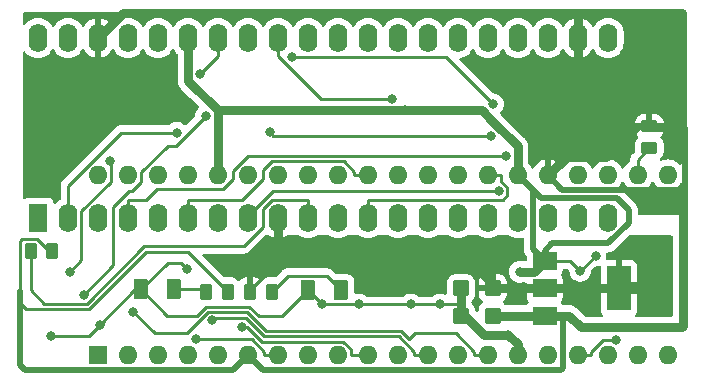
<source format=gbr>
%TF.GenerationSoftware,KiCad,Pcbnew,(6.0.7)*%
%TF.CreationDate,2023-01-02T03:09:55+00:00*%
%TF.ProjectId,CPC-40007AdapterLM1117,4350432d-3430-4303-9037-416461707465,rev?*%
%TF.SameCoordinates,Original*%
%TF.FileFunction,Copper,L1,Top*%
%TF.FilePolarity,Positive*%
%FSLAX46Y46*%
G04 Gerber Fmt 4.6, Leading zero omitted, Abs format (unit mm)*
G04 Created by KiCad (PCBNEW (6.0.7)) date 2023-01-02 03:09:55*
%MOMM*%
%LPD*%
G01*
G04 APERTURE LIST*
G04 Aperture macros list*
%AMRoundRect*
0 Rectangle with rounded corners*
0 $1 Rounding radius*
0 $2 $3 $4 $5 $6 $7 $8 $9 X,Y pos of 4 corners*
0 Add a 4 corners polygon primitive as box body*
4,1,4,$2,$3,$4,$5,$6,$7,$8,$9,$2,$3,0*
0 Add four circle primitives for the rounded corners*
1,1,$1+$1,$2,$3*
1,1,$1+$1,$4,$5*
1,1,$1+$1,$6,$7*
1,1,$1+$1,$8,$9*
0 Add four rect primitives between the rounded corners*
20,1,$1+$1,$2,$3,$4,$5,0*
20,1,$1+$1,$4,$5,$6,$7,0*
20,1,$1+$1,$6,$7,$8,$9,0*
20,1,$1+$1,$8,$9,$2,$3,0*%
G04 Aperture macros list end*
%TA.AperFunction,SMDPad,CuDef*%
%ADD10R,2.000000X1.500000*%
%TD*%
%TA.AperFunction,SMDPad,CuDef*%
%ADD11R,2.000000X3.800000*%
%TD*%
%TA.AperFunction,ComponentPad*%
%ADD12R,1.600000X2.400000*%
%TD*%
%TA.AperFunction,ComponentPad*%
%ADD13O,1.600000X2.400000*%
%TD*%
%TA.AperFunction,SMDPad,CuDef*%
%ADD14RoundRect,0.250000X0.450000X0.425000X-0.450000X0.425000X-0.450000X-0.425000X0.450000X-0.425000X0*%
%TD*%
%TA.AperFunction,SMDPad,CuDef*%
%ADD15RoundRect,0.250000X-0.262500X-0.450000X0.262500X-0.450000X0.262500X0.450000X-0.262500X0.450000X0*%
%TD*%
%TA.AperFunction,SMDPad,CuDef*%
%ADD16RoundRect,0.250000X-0.375000X-0.625000X0.375000X-0.625000X0.375000X0.625000X-0.375000X0.625000X0*%
%TD*%
%TA.AperFunction,ComponentPad*%
%ADD17R,1.600000X1.600000*%
%TD*%
%TA.AperFunction,ComponentPad*%
%ADD18O,1.600000X1.600000*%
%TD*%
%TA.AperFunction,SMDPad,CuDef*%
%ADD19RoundRect,0.250000X0.262500X0.450000X-0.262500X0.450000X-0.262500X-0.450000X0.262500X-0.450000X0*%
%TD*%
%TA.AperFunction,SMDPad,CuDef*%
%ADD20RoundRect,0.250000X0.450000X-0.262500X0.450000X0.262500X-0.450000X0.262500X-0.450000X-0.262500X0*%
%TD*%
%TA.AperFunction,ViaPad*%
%ADD21C,0.800000*%
%TD*%
%TA.AperFunction,Conductor*%
%ADD22C,0.750000*%
%TD*%
%TA.AperFunction,Conductor*%
%ADD23C,0.250000*%
%TD*%
%TA.AperFunction,Conductor*%
%ADD24C,1.000000*%
%TD*%
%TA.AperFunction,Conductor*%
%ADD25C,0.500000*%
%TD*%
G04 APERTURE END LIST*
D10*
%TO.P,U1,1,GND*%
%TO.N,GND*%
X184200400Y-37476400D03*
D11*
%TO.P,U1,2,VO*%
%TO.N,3.3V*%
X190500400Y-39776400D03*
D10*
X184200400Y-39776400D03*
%TO.P,U1,3,VI*%
%TO.N,+5V*%
X184200400Y-42076400D03*
%TD*%
D12*
%TO.P,IC2,1,~{CPUAD}*%
%TO.N,CPU*%
X141305200Y-33812400D03*
D13*
%TO.P,IC2,2,READY*%
%TO.N,READY*%
X143845200Y-33812400D03*
%TO.P,IC2,3,~{CAS}*%
%TO.N,CAS*%
X146385200Y-33812400D03*
%TO.P,IC2,4,~{244EN}*%
%TO.N,244EN*%
X148925200Y-33812400D03*
%TO.P,IC2,5,~{MWE}*%
%TO.N,MWE*%
X151465200Y-33812400D03*
%TO.P,IC2,6,~{CASAD}*%
%TO.N,CASAD*%
X154005200Y-33812400D03*
%TO.P,IC2,7,~{RAS}*%
%TO.N,RAS*%
X156545200Y-33812400D03*
%TO.P,IC2,8,XTAL*%
%TO.N,CK16*%
X159085200Y-33812400D03*
%TO.P,IC2,9,VCC2A*%
%TO.N,3.3V*%
X161625200Y-33812400D03*
%TO.P,IC2,10,~{INT}*%
%TO.N,INT*%
X164165200Y-33812400D03*
%TO.P,IC2,11,SYNC*%
%TO.N,SYNC*%
X166705200Y-33812400D03*
%TO.P,IC2,12,~{ROMEN}*%
%TO.N,ROMEN*%
X169245200Y-33812400D03*
%TO.P,IC2,13,~{RAMRD}*%
%TO.N,RAMRD*%
X171785200Y-33812400D03*
%TO.P,IC2,14,HSYNC*%
%TO.N,HSYNC*%
X174325200Y-33812400D03*
%TO.P,IC2,15,VSYNC*%
%TO.N,VSYNC*%
X176865200Y-33812400D03*
%TO.P,IC2,16,~{IORQ}*%
%TO.N,IORQ*%
X179405200Y-33812400D03*
%TO.P,IC2,17,~{M1}*%
%TO.N,M1*%
X181945200Y-33812400D03*
%TO.P,IC2,18,~{MREQ}*%
%TO.N,MREQ*%
X184485200Y-33812400D03*
%TO.P,IC2,19,~{RD}*%
%TO.N,RD*%
X187025200Y-33812400D03*
%TO.P,IC2,20,A15*%
%TO.N,/A15*%
X189565200Y-33812400D03*
%TO.P,IC2,21,A14*%
%TO.N,/A14*%
X189565200Y-18572400D03*
%TO.P,IC2,22,VCC1A*%
%TO.N,+5V*%
X187025200Y-18572400D03*
%TO.P,IC2,23,DISPEN*%
%TO.N,DISPEN*%
X184485200Y-18572400D03*
%TO.P,IC2,24,D0*%
%TO.N,/GD0*%
X181945200Y-18572400D03*
%TO.P,IC2,25,D1*%
%TO.N,/GD1*%
X179405200Y-18572400D03*
%TO.P,IC2,26,D2*%
%TO.N,/GD2*%
X176865200Y-18572400D03*
%TO.P,IC2,27,D3*%
%TO.N,/GD3*%
X174325200Y-18572400D03*
%TO.P,IC2,28,D4*%
%TO.N,/GD4*%
X171785200Y-18572400D03*
%TO.P,IC2,29,D5*%
%TO.N,/GD5*%
X169245200Y-18572400D03*
%TO.P,IC2,30,D6*%
%TO.N,/GD6*%
X166705200Y-18572400D03*
%TO.P,IC2,31,D7*%
%TO.N,/GD7*%
X164165200Y-18572400D03*
%TO.P,IC2,32,B*%
%TO.N,B*%
X161625200Y-18572400D03*
%TO.P,IC2,33,VCC2B*%
%TO.N,3.3V*%
X159085200Y-18572400D03*
%TO.P,IC2,34,G*%
%TO.N,G*%
X156545200Y-18572400D03*
%TO.P,IC2,35,GND*%
%TO.N,GND*%
X154005200Y-18572400D03*
%TO.P,IC2,36,R*%
%TO.N,R*%
X151465200Y-18572400D03*
%TO.P,IC2,37,~{RESET}*%
%TO.N,RESET*%
X148925200Y-18572400D03*
%TO.P,IC2,38,VCC1B*%
%TO.N,+5V*%
X146385200Y-18572400D03*
%TO.P,IC2,39,PHI*%
%TO.N,PHI*%
X143845200Y-18572400D03*
%TO.P,IC2,40,CCLK*%
%TO.N,CCLK*%
X141305200Y-18572400D03*
%TD*%
D14*
%TO.P,C2,1*%
%TO.N,3.3V*%
X179810400Y-39776400D03*
%TO.P,C2,2*%
%TO.N,GND*%
X177110400Y-39776400D03*
%TD*%
D15*
%TO.P,R5,1*%
%TO.N,Net-(D1-Pad2)*%
X155526100Y-40055800D03*
%TO.P,R5,2*%
%TO.N,+5V*%
X157351100Y-40055800D03*
%TD*%
D14*
%TO.P,C1,1*%
%TO.N,+5V*%
X179810400Y-42087800D03*
%TO.P,C1,2*%
%TO.N,GND*%
X177110400Y-42087800D03*
%TD*%
D16*
%TO.P,D1,1,K*%
%TO.N,GND*%
X150009400Y-39852600D03*
%TO.P,D1,2,A*%
%TO.N,Net-(D1-Pad2)*%
X152809400Y-39852600D03*
%TD*%
D17*
%TO.P,IC3,1,D5*%
%TO.N,/GD5*%
X146349200Y-45416000D03*
D18*
%TO.P,IC3,2,D6*%
%TO.N,/GD6*%
X148889200Y-45416000D03*
%TO.P,IC3,3,D7*%
%TO.N,/GD7*%
X151429200Y-45416000D03*
%TO.P,IC3,4,CCLK*%
%TO.N,CCLK*%
X153969200Y-45416000D03*
%TO.P,IC3,5,SYNC*%
%TO.N,SYNC*%
X156509200Y-45416000D03*
%TO.P,IC3,6,VCCA*%
%TO.N,+5V*%
X159049200Y-45416000D03*
%TO.P,IC3,7,~{RESET}*%
%TO.N,RESET*%
X161589200Y-45416000D03*
%TO.P,IC3,8,B*%
%TO.N,B*%
X164129200Y-45416000D03*
%TO.P,IC3,9,DISPEN*%
%TO.N,DISPEN*%
X166669200Y-45416000D03*
%TO.P,IC3,10,G*%
%TO.N,G*%
X169209200Y-45416000D03*
%TO.P,IC3,11,HSYNC*%
%TO.N,HSYNC*%
X171749200Y-45416000D03*
%TO.P,IC3,12,R*%
%TO.N,R*%
X174289200Y-45416000D03*
%TO.P,IC3,13,VSYNC*%
%TO.N,VSYNC*%
X176829200Y-45416000D03*
%TO.P,IC3,14,~{CPU}*%
%TO.N,CPU*%
X179369200Y-45416000D03*
%TO.P,IC3,15,GNDA*%
%TO.N,GND*%
X181909200Y-45416000D03*
%TO.P,IC3,16,~{CAS}*%
%TO.N,CAS*%
X184449200Y-45416000D03*
%TO.P,IC3,17,~{MREQ}*%
%TO.N,MREQ*%
X186989200Y-45416000D03*
%TO.P,IC3,18,~{IORQ}*%
%TO.N,IORQ*%
X189529200Y-45416000D03*
%TO.P,IC3,19,PHI*%
%TO.N,PHI*%
X192069200Y-45416000D03*
%TO.P,IC3,20,~{M1}*%
%TO.N,M1*%
X194609200Y-45416000D03*
%TO.P,IC3,21,~{RD}*%
%TO.N,RD*%
X194609200Y-30176000D03*
%TO.P,IC3,22,READY*%
%TO.N,READY*%
X192069200Y-30176000D03*
%TO.P,IC3,23,~{244EN}*%
%TO.N,244EN*%
X189529200Y-30176000D03*
%TO.P,IC3,24,XTAL*%
%TO.N,CK16*%
X186989200Y-30176000D03*
%TO.P,IC3,25,VCCB*%
%TO.N,+5V*%
X184449200Y-30176000D03*
%TO.P,IC3,26,GNDB*%
%TO.N,GND*%
X181909200Y-30176000D03*
%TO.P,IC3,27,~{ROMEN}*%
%TO.N,ROMEN*%
X179369200Y-30176000D03*
%TO.P,IC3,28,A15*%
%TO.N,/A15*%
X176829200Y-30176000D03*
%TO.P,IC3,29,~{RAMRD}*%
%TO.N,RAMRD*%
X174289200Y-30176000D03*
%TO.P,IC3,30,A14*%
%TO.N,/A14*%
X171749200Y-30176000D03*
%TO.P,IC3,31,~{CASAD}*%
%TO.N,CASAD*%
X169209200Y-30176000D03*
%TO.P,IC3,32,~{INT}*%
%TO.N,INT*%
X166669200Y-30176000D03*
%TO.P,IC3,33,~{MWE}*%
%TO.N,MWE*%
X164129200Y-30176000D03*
%TO.P,IC3,34,~{RAS}*%
%TO.N,RAS*%
X161589200Y-30176000D03*
%TO.P,IC3,35,D0*%
%TO.N,/GD0*%
X159049200Y-30176000D03*
%TO.P,IC3,36,GNDC*%
%TO.N,GND*%
X156509200Y-30176000D03*
%TO.P,IC3,37,D1*%
%TO.N,/GD1*%
X153969200Y-30176000D03*
%TO.P,IC3,38,D2*%
%TO.N,/GD2*%
X151429200Y-30176000D03*
%TO.P,IC3,39,D3*%
%TO.N,/GD3*%
X148889200Y-30176000D03*
%TO.P,IC3,40,D4*%
%TO.N,/GD4*%
X146349200Y-30176000D03*
%TD*%
D16*
%TO.P,D2,1,K*%
%TO.N,GND*%
X164157200Y-39928800D03*
%TO.P,D2,2,A*%
%TO.N,Net-(D2-Pad2)*%
X166957200Y-39928800D03*
%TD*%
D19*
%TO.P,R6,1*%
%TO.N,Net-(D2-Pad2)*%
X161084900Y-40055800D03*
%TO.P,R6,2*%
%TO.N,3.3V*%
X159259900Y-40055800D03*
%TD*%
D20*
%TO.P,R2,1*%
%TO.N,READY*%
X193065400Y-27887300D03*
%TO.P,R2,2*%
%TO.N,+5V*%
X193065400Y-26062300D03*
%TD*%
D15*
%TO.P,R1,1*%
%TO.N,INT*%
X140687500Y-36600000D03*
%TO.P,R1,2*%
%TO.N,+5V*%
X142512500Y-36600000D03*
%TD*%
D21*
%TO.N,3.3V*%
X193929000Y-39776400D03*
X194513000Y-38023800D03*
X194513000Y-36677600D03*
X193091000Y-36677600D03*
X193065000Y-38150800D03*
%TO.N,CPU*%
X149359100Y-41758700D03*
%TO.N,READY*%
X179641000Y-26877500D03*
X153052800Y-26595500D03*
X160916300Y-26564900D03*
%TO.N,244EN*%
X180918800Y-28540700D03*
%TO.N,CK16*%
X180313800Y-31562000D03*
%TO.N,/GD5*%
X155481400Y-25209600D03*
X145162000Y-40310700D03*
%TO.N,/GD6*%
X143988400Y-38369600D03*
X147368500Y-29000900D03*
%TO.N,B*%
X171254800Y-23711300D03*
%TO.N,G*%
X154986700Y-21650900D03*
X158538300Y-43047700D03*
%TO.N,GND*%
X146550000Y-42850000D03*
X181127000Y-43713400D03*
X153900000Y-38100000D03*
X182067000Y-38379400D03*
X172862200Y-41137800D03*
X142400000Y-43800000D03*
X165364200Y-41135800D03*
X179726200Y-25573800D03*
X187200000Y-38300000D03*
X188500000Y-37000000D03*
X168462200Y-41137800D03*
X172391400Y-24708600D03*
X175362200Y-41137800D03*
%TO.N,R*%
X156015100Y-42495200D03*
%TO.N,RESET*%
X154634000Y-44080300D03*
%TO.N,MREQ*%
X190257000Y-44122100D03*
%TO.N,PHI*%
X162793000Y-20204400D03*
X179816900Y-24180700D03*
%TD*%
D22*
%TO.N,3.3V*%
X179810000Y-39776400D02*
X179810000Y-39424600D01*
D23*
X162018400Y-37126800D02*
X159259900Y-39885300D01*
D24*
X190500000Y-39776400D02*
X190500400Y-39776400D01*
D23*
X161625000Y-34462400D02*
X161625200Y-34462200D01*
D22*
X184200400Y-39776400D02*
X179810400Y-39776400D01*
D24*
X193065000Y-36703000D02*
X193091000Y-36677600D01*
D22*
X190500000Y-39776400D02*
X184200400Y-39776400D01*
X162018400Y-37126800D02*
X161625000Y-36733400D01*
D24*
X194513000Y-36677600D02*
X194513000Y-38023800D01*
D22*
X161625000Y-36733400D02*
X161625000Y-34462400D01*
X179810400Y-39776400D02*
X179810000Y-39776400D01*
X177952000Y-37566600D02*
X162458000Y-37566600D01*
D23*
X159259900Y-39885300D02*
X159259900Y-40055800D01*
D24*
X190500400Y-39776400D02*
X193929000Y-39776400D01*
X193065000Y-38150800D02*
X193065000Y-36703000D01*
D22*
X162458000Y-37566600D02*
X162018400Y-37126800D01*
D23*
X161625200Y-34462200D02*
X161625200Y-33812400D01*
D22*
X179810000Y-39424600D02*
X177952000Y-37566600D01*
X161625000Y-34462400D02*
X161625000Y-33812400D01*
D25*
%TO.N,+5V*%
X185699000Y-31426000D02*
X195713000Y-31426000D01*
X139750000Y-41000000D02*
X139750000Y-40000000D01*
D23*
X153995300Y-36700000D02*
X150445300Y-36700000D01*
D22*
X187325000Y-16484600D02*
X148473000Y-16484600D01*
X195834000Y-16535400D02*
X195834000Y-26111200D01*
D25*
X192225000Y-26062300D02*
X193065000Y-26062300D01*
D22*
X148473000Y-16484600D02*
X146385100Y-18572300D01*
D23*
X159049200Y-45416000D02*
X159049100Y-45416100D01*
D25*
X140185200Y-46685200D02*
X139750000Y-46250000D01*
X184449000Y-30176000D02*
X184449100Y-30176100D01*
D23*
X187025200Y-22192000D02*
X187025200Y-18572400D01*
D25*
X185822000Y-28803600D02*
X189484000Y-28803600D01*
D23*
X142213173Y-36600000D02*
X141188173Y-35575000D01*
X193065400Y-26062300D02*
X193065200Y-26062500D01*
X184449200Y-30176000D02*
X184449100Y-30176100D01*
X150445300Y-36700000D02*
X145629400Y-41515900D01*
X145629400Y-41515900D02*
X140265900Y-41515900D01*
X139750000Y-35750000D02*
X139750000Y-40000000D01*
D22*
X195916000Y-31223000D02*
X195916000Y-31098000D01*
D25*
X185736000Y-46496000D02*
X185736000Y-42076400D01*
X139750000Y-46250000D02*
X139750000Y-41000000D01*
D22*
X195916000Y-42945400D02*
X195916000Y-31223000D01*
D23*
X140265900Y-41515900D02*
X139750000Y-41000000D01*
D25*
X195713000Y-31426000D02*
X195916000Y-31223000D01*
X159049100Y-45416100D02*
X160318000Y-46685200D01*
D23*
X142512500Y-36600000D02*
X142213173Y-36600000D01*
X139925000Y-35575000D02*
X139750000Y-35750000D01*
D22*
X184189000Y-42087800D02*
X184200000Y-42076400D01*
X193140000Y-26136600D02*
X193065200Y-26062500D01*
X187025000Y-16784400D02*
X187025000Y-22192200D01*
D25*
X184449100Y-30176100D02*
X185699000Y-31426000D01*
D22*
X187325000Y-16484600D02*
X195783000Y-16484600D01*
D25*
X185547000Y-46685200D02*
X185736000Y-46496000D01*
X157780000Y-46685200D02*
X140185200Y-46685200D01*
D23*
X157351100Y-40055800D02*
X153995300Y-36700000D01*
D25*
X195916000Y-31223000D02*
X196041000Y-31098000D01*
D22*
X187025000Y-22192200D02*
X187025000Y-27600000D01*
X186247000Y-42076400D02*
X187249000Y-43078400D01*
D25*
X160318000Y-46685200D02*
X185547000Y-46685200D01*
D23*
X141188173Y-35575000D02*
X139925000Y-35575000D01*
D22*
X184200000Y-42076400D02*
X184200400Y-42076400D01*
X179810400Y-42087800D02*
X184189000Y-42087800D01*
X187249000Y-43078400D02*
X195783000Y-43078400D01*
X195783000Y-16484600D02*
X195834000Y-16535400D01*
X195783000Y-43078400D02*
X195916000Y-42945400D01*
D25*
X196041000Y-31098000D02*
X196041000Y-26187400D01*
X159049100Y-45416100D02*
X159049000Y-45416000D01*
X184449000Y-30176000D02*
X185822000Y-28803600D01*
D23*
X187025000Y-22192200D02*
X187025200Y-22192000D01*
D22*
X184200400Y-42076400D02*
X185736000Y-42076400D01*
D25*
X189484000Y-28803600D02*
X192225000Y-26062300D01*
D22*
X195834000Y-26111200D02*
X195809000Y-26136600D01*
D25*
X159049000Y-45416000D02*
X157780000Y-46685200D01*
D22*
X185736000Y-42076400D02*
X186247000Y-42076400D01*
X187325000Y-16484600D02*
X187025000Y-16784400D01*
X193065200Y-26062500D02*
X193065000Y-26062300D01*
X195809000Y-26136600D02*
X193140000Y-26136600D01*
X187025000Y-27600000D02*
X184449000Y-30176000D01*
D23*
%TO.N,CPU*%
X178244100Y-45416000D02*
X178244100Y-45161800D01*
X176682300Y-43600000D02*
X173200000Y-43600000D01*
X153884995Y-43600000D02*
X151200400Y-43600000D01*
X179369200Y-45416000D02*
X178244100Y-45416000D01*
X172056796Y-43391000D02*
X160629688Y-43391000D01*
X159008888Y-41770200D02*
X155714795Y-41770200D01*
X151200400Y-43600000D02*
X149359100Y-41758700D01*
X173200000Y-43600000D02*
X172732898Y-44067102D01*
X160629688Y-43391000D02*
X159008888Y-41770200D01*
X155714795Y-41770200D02*
X153884995Y-43600000D01*
X178244100Y-45161800D02*
X176682300Y-43600000D01*
X172732898Y-44067102D02*
X172056796Y-43391000D01*
%TO.N,READY*%
X179641000Y-26877500D02*
X161228900Y-26877500D01*
X161228900Y-26877500D02*
X160916300Y-26564900D01*
X193065400Y-27887300D02*
X192069200Y-28883500D01*
X143845200Y-31087200D02*
X148336900Y-26595500D01*
X148336900Y-26595500D02*
X153052800Y-26595500D01*
X192069200Y-28883500D02*
X192069200Y-30176000D01*
X143845200Y-33812400D02*
X143845200Y-31087200D01*
%TO.N,244EN*%
X157779200Y-30529800D02*
X157779200Y-29829000D01*
X148925200Y-32287300D02*
X150450300Y-32287300D01*
X156968800Y-31340200D02*
X157779200Y-30529800D01*
X150450300Y-32287300D02*
X151397400Y-31340200D01*
X157779200Y-29829000D02*
X159067500Y-28540700D01*
X148925200Y-33812400D02*
X148925200Y-32287300D01*
X159067500Y-28540700D02*
X180918800Y-28540700D01*
X151397400Y-31340200D02*
X156968800Y-31340200D01*
%TO.N,CASAD*%
X169209200Y-30176000D02*
X168084100Y-30176000D01*
X160319200Y-29792700D02*
X160319200Y-30546900D01*
X154005200Y-33812400D02*
X154005200Y-32287300D01*
X168084100Y-29894700D02*
X167212400Y-29023000D01*
X168084100Y-30176000D02*
X168084100Y-29894700D01*
X167212400Y-29023000D02*
X161088900Y-29023000D01*
X161088900Y-29023000D02*
X160319200Y-29792700D01*
X158578800Y-32287300D02*
X154005200Y-32287300D01*
X160319200Y-30546900D02*
X158578800Y-32287300D01*
%TO.N,CK16*%
X161214800Y-31562000D02*
X180313800Y-31562000D01*
X159085200Y-33691600D02*
X161214800Y-31562000D01*
X159085200Y-33812400D02*
X159085200Y-33691600D01*
%TO.N,Net-(D1-Pad2)*%
X155322900Y-39852600D02*
X155526100Y-40055800D01*
X152809400Y-39852600D02*
X155322900Y-39852600D01*
%TO.N,/GD5*%
X152991000Y-27700000D02*
X155481400Y-25209600D01*
X152273200Y-27700000D02*
X152991000Y-27700000D01*
X145162000Y-40310700D02*
X147655200Y-37817500D01*
X147655200Y-37817500D02*
X147655200Y-32882100D01*
X149035500Y-31501800D02*
X149244600Y-31501800D01*
X150014400Y-30732000D02*
X150014400Y-29958800D01*
X150014400Y-29958800D02*
X152273200Y-27700000D01*
X147655200Y-32882100D02*
X149035500Y-31501800D01*
X149244600Y-31501800D02*
X150014400Y-30732000D01*
%TO.N,INT*%
X140687500Y-39937500D02*
X140687500Y-36600000D01*
X164165200Y-33812400D02*
X164165200Y-32287300D01*
X150298100Y-36200000D02*
X145432200Y-41065900D01*
X160355200Y-33058300D02*
X160355200Y-34554100D01*
X141815900Y-41065900D02*
X140687500Y-39937500D01*
X161126200Y-32287300D02*
X160355200Y-33058300D01*
X158709300Y-36200000D02*
X150298100Y-36200000D01*
X164165200Y-32287300D02*
X161126200Y-32287300D01*
X160355200Y-34554100D02*
X158709300Y-36200000D01*
X145432200Y-41065900D02*
X141815900Y-41065900D01*
%TO.N,/GD6*%
X147368500Y-29000900D02*
X147474400Y-29106800D01*
X144970400Y-33234900D02*
X144970400Y-37387600D01*
X147474400Y-29106800D02*
X147474400Y-30730900D01*
X147474400Y-30730900D02*
X144970400Y-33234900D01*
X144970400Y-37387600D02*
X143988400Y-38369600D01*
%TO.N,ROMEN*%
X179369200Y-30176000D02*
X180494300Y-30176000D01*
X181041600Y-31241000D02*
X181041600Y-31883300D01*
X180494300Y-30176000D02*
X180494300Y-30693700D01*
X181041600Y-31883300D02*
X180637600Y-32287300D01*
X180637600Y-32287300D02*
X169245200Y-32287300D01*
X169245200Y-33812400D02*
X169245200Y-32287300D01*
X180494300Y-30693700D02*
X181041600Y-31241000D01*
%TO.N,B*%
X161625200Y-20097500D02*
X165238900Y-23711200D01*
X161625200Y-18572400D02*
X161625200Y-20097500D01*
X165238900Y-23711200D02*
X171254800Y-23711200D01*
X171254800Y-23711200D02*
X171254800Y-23711300D01*
%TO.N,G*%
X169209200Y-45416000D02*
X167794200Y-45416000D01*
X167794200Y-45416000D02*
X167794200Y-44950009D01*
X167794200Y-44950009D02*
X167135191Y-44291000D01*
X160256896Y-44291000D02*
X159013596Y-43047700D01*
X167135191Y-44291000D02*
X160256896Y-44291000D01*
X159013596Y-43047700D02*
X158538300Y-43047700D01*
X156545200Y-18572400D02*
X156545200Y-20097500D01*
X156545200Y-20097500D02*
X156540100Y-20097500D01*
X156540100Y-20097500D02*
X154986700Y-21650900D01*
%TO.N,GND*%
X175362200Y-41137800D02*
X172862200Y-41137800D01*
X164157200Y-39928800D02*
X161986000Y-42100000D01*
D22*
X183748500Y-37927900D02*
X184200000Y-37476400D01*
X154005000Y-18572400D02*
X154005000Y-19857200D01*
D23*
X172862200Y-41137800D02*
X168462200Y-41137800D01*
D22*
X177470000Y-42087800D02*
X179095000Y-43713400D01*
D25*
X181909000Y-30176000D02*
X181909200Y-30176200D01*
D22*
X177110000Y-41137800D02*
X177110000Y-42087800D01*
D23*
X177110000Y-41137800D02*
X175362200Y-41137800D01*
D22*
X177110000Y-42087800D02*
X177110400Y-42087800D01*
D25*
X183859000Y-32126000D02*
X190317000Y-32126000D01*
D23*
X181909200Y-44955800D02*
X181909200Y-45416000D01*
D22*
X181909000Y-27756600D02*
X181909000Y-30176000D01*
D23*
X184200400Y-37476400D02*
X186376400Y-37476400D01*
D22*
X172391400Y-24708600D02*
X178861000Y-24708600D01*
D23*
X155528399Y-41320200D02*
X154748599Y-42100000D01*
D22*
X183297000Y-38379400D02*
X183748500Y-37927900D01*
D23*
X181909000Y-44955600D02*
X181909200Y-44955800D01*
X181909200Y-30176200D02*
X181909200Y-30176000D01*
D22*
X181909000Y-44955600D02*
X181909000Y-45416000D01*
D23*
X152256800Y-42100000D02*
X150009400Y-39852600D01*
D22*
X179726200Y-25573800D02*
X181909000Y-27756600D01*
D25*
X184201000Y-36601400D02*
X184201000Y-37490400D01*
D22*
X177110400Y-42087800D02*
X177470000Y-42087800D01*
X181909000Y-44495200D02*
X181909000Y-44955600D01*
D25*
X191313000Y-34232600D02*
X189579000Y-35966400D01*
D23*
X150009400Y-39852600D02*
X149547400Y-39852600D01*
X183748500Y-37927900D02*
X183748900Y-37927900D01*
D25*
X189579000Y-35966400D02*
X184836000Y-35966400D01*
D23*
X183748900Y-37927900D02*
X184200400Y-37476400D01*
X156509200Y-28881800D02*
X156509200Y-30176000D01*
X159975084Y-42100000D02*
X159195284Y-41320200D01*
X159195284Y-41320200D02*
X155528399Y-41320200D01*
D22*
X156509000Y-28881600D02*
X156509000Y-30176000D01*
D23*
X186376400Y-37476400D02*
X187200000Y-38300000D01*
X145600000Y-43800000D02*
X142400000Y-43800000D01*
D25*
X183195000Y-31462000D02*
X183195000Y-36471200D01*
D22*
X178861000Y-24708600D02*
X179726200Y-25573800D01*
D23*
X161986000Y-42100000D02*
X159975084Y-42100000D01*
D25*
X191313000Y-33121600D02*
X191313000Y-34232600D01*
D22*
X182067000Y-38379400D02*
X183297000Y-38379400D01*
D25*
X190317000Y-32126000D02*
X191313000Y-33121600D01*
D23*
X153400000Y-37600000D02*
X153900000Y-38100000D01*
X152262000Y-37600000D02*
X153400000Y-37600000D01*
D22*
X154005000Y-22204600D02*
X156509000Y-24708600D01*
D25*
X183195000Y-36471200D02*
X184200000Y-37476400D01*
D23*
X165366200Y-41137800D02*
X165364200Y-41135800D01*
X154005200Y-19857000D02*
X154005200Y-18572400D01*
D22*
X156509000Y-24708600D02*
X172391400Y-24708600D01*
D23*
X168462200Y-41137800D02*
X165366200Y-41137800D01*
X149547400Y-39852600D02*
X146550000Y-42850000D01*
X156509000Y-28881600D02*
X156509200Y-28881800D01*
D25*
X184836000Y-35966400D02*
X184201000Y-36601400D01*
D23*
X146550000Y-42850000D02*
X145600000Y-43800000D01*
D25*
X183195000Y-31462000D02*
X183859000Y-32126000D01*
D23*
X165364200Y-41135800D02*
X164157200Y-39928800D01*
D22*
X177110000Y-39776400D02*
X177110000Y-41137800D01*
D25*
X181909200Y-30176200D02*
X183195000Y-31462000D01*
D22*
X181127000Y-43713400D02*
X181909000Y-44495200D01*
D23*
X154748599Y-42100000D02*
X152256800Y-42100000D01*
D22*
X179095000Y-43713400D02*
X181127000Y-43713400D01*
D23*
X150009400Y-39852600D02*
X152262000Y-37600000D01*
D22*
X154005000Y-19857200D02*
X154005000Y-22204600D01*
D23*
X154005000Y-19857200D02*
X154005200Y-19857000D01*
D22*
X156509000Y-24708600D02*
X156509000Y-28881600D01*
D23*
X187200000Y-38300000D02*
X188500000Y-37000000D01*
%TO.N,R*%
X173164100Y-45416000D02*
X173164100Y-45134700D01*
X160443292Y-43841000D02*
X158924992Y-42322700D01*
X173164100Y-45134700D02*
X171870400Y-43841000D01*
X171870400Y-43841000D02*
X160443292Y-43841000D01*
X174289200Y-45416000D02*
X173164100Y-45416000D01*
X158924992Y-42322700D02*
X156187600Y-42322700D01*
X156187600Y-42322700D02*
X156015100Y-42495200D01*
%TO.N,RESET*%
X161589200Y-45416000D02*
X160464100Y-45416000D01*
X160464100Y-45134600D02*
X160464100Y-45416000D01*
X154634000Y-44080300D02*
X159409800Y-44080300D01*
X159409800Y-44080300D02*
X160464100Y-45134600D01*
%TO.N,MREQ*%
X188114300Y-45134700D02*
X189126900Y-44122100D01*
X189126900Y-44122100D02*
X190257000Y-44122100D01*
X188114300Y-45416000D02*
X188114300Y-45134700D01*
X186989200Y-45416000D02*
X188114300Y-45416000D01*
%TO.N,PHI*%
X179816900Y-24180700D02*
X175840600Y-20204400D01*
X175840600Y-20204400D02*
X162793000Y-20204400D01*
%TO.N,Net-(D2-Pad2)*%
X165745400Y-38717000D02*
X166957200Y-39928800D01*
X161084900Y-40055800D02*
X162423700Y-38717000D01*
X162423700Y-38717000D02*
X165745400Y-38717000D01*
%TD*%
%TA.AperFunction,Conductor*%
%TO.N,3.3V*%
G36*
X160930569Y-35322787D02*
G01*
X160964193Y-35346331D01*
X160973689Y-35351814D01*
X161171147Y-35443890D01*
X161181439Y-35447636D01*
X161353703Y-35493794D01*
X161367799Y-35493458D01*
X161371200Y-35485516D01*
X161371200Y-35300000D01*
X161879200Y-35300000D01*
X161879200Y-35480367D01*
X161883173Y-35493898D01*
X161891722Y-35495127D01*
X162068961Y-35447636D01*
X162079253Y-35443890D01*
X162276711Y-35351814D01*
X162286207Y-35346331D01*
X162319831Y-35322787D01*
X162392102Y-35300000D01*
X163397426Y-35300000D01*
X163469697Y-35322787D01*
X163508451Y-35349923D01*
X163513433Y-35352246D01*
X163513438Y-35352249D01*
X163709965Y-35443890D01*
X163715957Y-35446684D01*
X163721265Y-35448106D01*
X163721267Y-35448107D01*
X163931798Y-35504519D01*
X163931800Y-35504519D01*
X163937113Y-35505943D01*
X164165200Y-35525898D01*
X164393287Y-35505943D01*
X164398600Y-35504519D01*
X164398602Y-35504519D01*
X164609133Y-35448107D01*
X164609135Y-35448106D01*
X164614443Y-35446684D01*
X164620435Y-35443890D01*
X164816962Y-35352249D01*
X164816967Y-35352246D01*
X164821949Y-35349923D01*
X164860703Y-35322787D01*
X164932974Y-35300000D01*
X165937426Y-35300000D01*
X166009697Y-35322787D01*
X166048451Y-35349923D01*
X166053433Y-35352246D01*
X166053438Y-35352249D01*
X166249965Y-35443890D01*
X166255957Y-35446684D01*
X166261265Y-35448106D01*
X166261267Y-35448107D01*
X166471798Y-35504519D01*
X166471800Y-35504519D01*
X166477113Y-35505943D01*
X166705200Y-35525898D01*
X166933287Y-35505943D01*
X166938600Y-35504519D01*
X166938602Y-35504519D01*
X167149133Y-35448107D01*
X167149135Y-35448106D01*
X167154443Y-35446684D01*
X167160435Y-35443890D01*
X167356962Y-35352249D01*
X167356967Y-35352246D01*
X167361949Y-35349923D01*
X167400703Y-35322787D01*
X167472974Y-35300000D01*
X168477426Y-35300000D01*
X168549697Y-35322787D01*
X168588451Y-35349923D01*
X168593433Y-35352246D01*
X168593438Y-35352249D01*
X168789965Y-35443890D01*
X168795957Y-35446684D01*
X168801265Y-35448106D01*
X168801267Y-35448107D01*
X169011798Y-35504519D01*
X169011800Y-35504519D01*
X169017113Y-35505943D01*
X169245200Y-35525898D01*
X169473287Y-35505943D01*
X169478600Y-35504519D01*
X169478602Y-35504519D01*
X169689133Y-35448107D01*
X169689135Y-35448106D01*
X169694443Y-35446684D01*
X169700435Y-35443890D01*
X169896962Y-35352249D01*
X169896967Y-35352246D01*
X169901949Y-35349923D01*
X169940703Y-35322787D01*
X170012974Y-35300000D01*
X171017426Y-35300000D01*
X171089697Y-35322787D01*
X171128451Y-35349923D01*
X171133433Y-35352246D01*
X171133438Y-35352249D01*
X171329965Y-35443890D01*
X171335957Y-35446684D01*
X171341265Y-35448106D01*
X171341267Y-35448107D01*
X171551798Y-35504519D01*
X171551800Y-35504519D01*
X171557113Y-35505943D01*
X171785200Y-35525898D01*
X172013287Y-35505943D01*
X172018600Y-35504519D01*
X172018602Y-35504519D01*
X172229133Y-35448107D01*
X172229135Y-35448106D01*
X172234443Y-35446684D01*
X172240435Y-35443890D01*
X172436962Y-35352249D01*
X172436967Y-35352246D01*
X172441949Y-35349923D01*
X172480703Y-35322787D01*
X172552974Y-35300000D01*
X173557426Y-35300000D01*
X173629697Y-35322787D01*
X173668451Y-35349923D01*
X173673433Y-35352246D01*
X173673438Y-35352249D01*
X173869965Y-35443890D01*
X173875957Y-35446684D01*
X173881265Y-35448106D01*
X173881267Y-35448107D01*
X174091798Y-35504519D01*
X174091800Y-35504519D01*
X174097113Y-35505943D01*
X174325200Y-35525898D01*
X174553287Y-35505943D01*
X174558600Y-35504519D01*
X174558602Y-35504519D01*
X174769133Y-35448107D01*
X174769135Y-35448106D01*
X174774443Y-35446684D01*
X174780435Y-35443890D01*
X174976962Y-35352249D01*
X174976967Y-35352246D01*
X174981949Y-35349923D01*
X175020703Y-35322787D01*
X175092974Y-35300000D01*
X176097426Y-35300000D01*
X176169697Y-35322787D01*
X176208451Y-35349923D01*
X176213433Y-35352246D01*
X176213438Y-35352249D01*
X176409965Y-35443890D01*
X176415957Y-35446684D01*
X176421265Y-35448106D01*
X176421267Y-35448107D01*
X176631798Y-35504519D01*
X176631800Y-35504519D01*
X176637113Y-35505943D01*
X176865200Y-35525898D01*
X177093287Y-35505943D01*
X177098600Y-35504519D01*
X177098602Y-35504519D01*
X177309133Y-35448107D01*
X177309135Y-35448106D01*
X177314443Y-35446684D01*
X177320435Y-35443890D01*
X177516962Y-35352249D01*
X177516967Y-35352246D01*
X177521949Y-35349923D01*
X177560703Y-35322787D01*
X177632974Y-35300000D01*
X178637426Y-35300000D01*
X178709697Y-35322787D01*
X178748451Y-35349923D01*
X178753433Y-35352246D01*
X178753438Y-35352249D01*
X178949965Y-35443890D01*
X178955957Y-35446684D01*
X178961265Y-35448106D01*
X178961267Y-35448107D01*
X179171798Y-35504519D01*
X179171800Y-35504519D01*
X179177113Y-35505943D01*
X179405200Y-35525898D01*
X179633287Y-35505943D01*
X179638600Y-35504519D01*
X179638602Y-35504519D01*
X179849133Y-35448107D01*
X179849135Y-35448106D01*
X179854443Y-35446684D01*
X179860435Y-35443890D01*
X180056962Y-35352249D01*
X180056967Y-35352246D01*
X180061949Y-35349923D01*
X180100703Y-35322787D01*
X180172974Y-35300000D01*
X181177426Y-35300000D01*
X181249697Y-35322787D01*
X181288451Y-35349923D01*
X181293433Y-35352246D01*
X181293438Y-35352249D01*
X181489965Y-35443890D01*
X181495957Y-35446684D01*
X181501265Y-35448106D01*
X181501267Y-35448107D01*
X181711798Y-35504519D01*
X181711800Y-35504519D01*
X181717113Y-35505943D01*
X181945200Y-35525898D01*
X182173287Y-35505943D01*
X182178600Y-35504519D01*
X182178602Y-35504519D01*
X182277889Y-35477915D01*
X182348865Y-35479605D01*
X182407661Y-35519399D01*
X182435609Y-35584663D01*
X182436500Y-35599622D01*
X182436500Y-36404089D01*
X182435065Y-36423051D01*
X182431804Y-36444473D01*
X182432397Y-36451772D01*
X182436086Y-36497184D01*
X182436500Y-36507386D01*
X182436500Y-36515493D01*
X182439789Y-36543702D01*
X182440217Y-36548035D01*
X182441321Y-36561625D01*
X182445091Y-36608029D01*
X182446125Y-36620762D01*
X182448379Y-36627723D01*
X182449573Y-36633701D01*
X182450970Y-36639612D01*
X182451818Y-36646881D01*
X182476722Y-36715490D01*
X182478134Y-36719606D01*
X182485191Y-36741398D01*
X182498335Y-36781983D01*
X182500617Y-36789030D01*
X182504416Y-36795292D01*
X182506937Y-36800799D01*
X182509668Y-36806253D01*
X182512167Y-36813137D01*
X182539858Y-36855373D01*
X182552158Y-36874134D01*
X182554510Y-36877862D01*
X182592358Y-36940247D01*
X182596068Y-36944449D01*
X182599755Y-36948625D01*
X182599727Y-36948650D01*
X182602372Y-36951630D01*
X182605129Y-36954927D01*
X182609144Y-36961052D01*
X182614462Y-36966090D01*
X182614463Y-36966091D01*
X182652553Y-37002175D01*
X182688251Y-37063544D01*
X182691900Y-37093647D01*
X182691900Y-37369900D01*
X182671898Y-37438021D01*
X182618242Y-37484514D01*
X182565900Y-37495900D01*
X182293347Y-37495900D01*
X182267150Y-37493147D01*
X182168944Y-37472272D01*
X182168939Y-37472272D01*
X182162487Y-37470900D01*
X181971513Y-37470900D01*
X181965061Y-37472272D01*
X181965056Y-37472272D01*
X181878113Y-37490753D01*
X181784712Y-37510606D01*
X181778682Y-37513291D01*
X181778681Y-37513291D01*
X181616278Y-37585597D01*
X181616276Y-37585598D01*
X181610248Y-37588282D01*
X181455747Y-37700534D01*
X181451326Y-37705444D01*
X181451325Y-37705445D01*
X181340522Y-37828505D01*
X181327960Y-37842456D01*
X181232473Y-38007844D01*
X181173458Y-38189472D01*
X181172768Y-38196033D01*
X181172768Y-38196035D01*
X181159244Y-38324707D01*
X181153496Y-38379400D01*
X181154186Y-38385965D01*
X181172058Y-38556003D01*
X181173458Y-38569328D01*
X181232473Y-38750956D01*
X181235776Y-38756678D01*
X181235777Y-38756679D01*
X181248587Y-38778866D01*
X181327960Y-38916344D01*
X181332378Y-38921251D01*
X181332379Y-38921252D01*
X181435540Y-39035824D01*
X181455747Y-39058266D01*
X181505506Y-39094418D01*
X181604180Y-39166109D01*
X181610248Y-39170518D01*
X181616276Y-39173202D01*
X181616278Y-39173203D01*
X181765782Y-39239766D01*
X181784712Y-39248194D01*
X181854712Y-39263073D01*
X181965056Y-39286528D01*
X181965061Y-39286528D01*
X181971513Y-39287900D01*
X182162487Y-39287900D01*
X182168939Y-39286528D01*
X182168944Y-39286528D01*
X182267150Y-39265653D01*
X182293347Y-39262900D01*
X182566400Y-39262900D01*
X182634521Y-39282902D01*
X182681014Y-39336558D01*
X182692400Y-39388900D01*
X182692400Y-39504285D01*
X182696875Y-39519524D01*
X182698265Y-39520729D01*
X182705948Y-39522400D01*
X185690284Y-39522400D01*
X185705523Y-39517925D01*
X185706728Y-39516535D01*
X185708399Y-39508852D01*
X185708399Y-38981731D01*
X185708029Y-38974910D01*
X185702505Y-38924048D01*
X185698879Y-38908796D01*
X185653724Y-38788346D01*
X185645186Y-38772752D01*
X185592447Y-38702382D01*
X185567599Y-38635876D01*
X185582652Y-38566493D01*
X185592447Y-38551252D01*
X185629975Y-38501178D01*
X185651015Y-38473105D01*
X185702145Y-38336716D01*
X185708900Y-38274534D01*
X185708900Y-38235900D01*
X185728902Y-38167779D01*
X185782558Y-38121286D01*
X185834900Y-38109900D01*
X186061806Y-38109900D01*
X186129927Y-38129902D01*
X186150901Y-38146805D01*
X186252878Y-38248782D01*
X186286904Y-38311094D01*
X186289092Y-38324703D01*
X186289141Y-38325168D01*
X186305444Y-38480276D01*
X186306458Y-38489928D01*
X186365473Y-38671556D01*
X186460960Y-38836944D01*
X186465378Y-38841851D01*
X186465379Y-38841852D01*
X186584027Y-38973624D01*
X186588747Y-38978866D01*
X186665480Y-39034616D01*
X186717952Y-39072739D01*
X186743248Y-39091118D01*
X186749276Y-39093802D01*
X186749278Y-39093803D01*
X186906825Y-39163947D01*
X186917712Y-39168794D01*
X187011113Y-39188647D01*
X187098056Y-39207128D01*
X187098061Y-39207128D01*
X187104513Y-39208500D01*
X187295487Y-39208500D01*
X187301939Y-39207128D01*
X187301944Y-39207128D01*
X187388887Y-39188647D01*
X187482288Y-39168794D01*
X187493175Y-39163947D01*
X187650722Y-39093803D01*
X187650724Y-39093802D01*
X187656752Y-39091118D01*
X187682049Y-39072739D01*
X187734520Y-39034616D01*
X187811253Y-38978866D01*
X187815973Y-38973624D01*
X187934621Y-38841852D01*
X187934622Y-38841851D01*
X187939040Y-38836944D01*
X188034527Y-38671556D01*
X188093542Y-38489928D01*
X188094557Y-38480276D01*
X188110859Y-38325168D01*
X188110907Y-38324706D01*
X188137920Y-38259050D01*
X188147122Y-38248782D01*
X188450499Y-37945405D01*
X188512811Y-37911379D01*
X188539594Y-37908500D01*
X188595487Y-37908500D01*
X188601939Y-37907128D01*
X188601944Y-37907128D01*
X188688887Y-37888647D01*
X188782288Y-37868794D01*
X188788321Y-37866108D01*
X188788327Y-37866106D01*
X188815153Y-37854163D01*
X188885520Y-37844729D01*
X188949817Y-37874837D01*
X188987629Y-37934926D01*
X188992400Y-37969270D01*
X188992400Y-39504285D01*
X188996875Y-39519524D01*
X188998265Y-39520729D01*
X189005948Y-39522400D01*
X190228285Y-39522400D01*
X190243524Y-39517925D01*
X190244729Y-39516535D01*
X190246400Y-39508852D01*
X190246400Y-39504285D01*
X190754400Y-39504285D01*
X190758875Y-39519524D01*
X190760265Y-39520729D01*
X190767948Y-39522400D01*
X191990284Y-39522400D01*
X192005523Y-39517925D01*
X192006728Y-39516535D01*
X192008399Y-39508852D01*
X192008399Y-37831731D01*
X192008029Y-37824910D01*
X192002505Y-37774048D01*
X191998879Y-37758796D01*
X191953724Y-37638346D01*
X191945186Y-37622751D01*
X191868685Y-37520676D01*
X191856124Y-37508115D01*
X191754049Y-37431614D01*
X191738454Y-37423076D01*
X191618006Y-37377922D01*
X191602751Y-37374295D01*
X191551886Y-37368769D01*
X191545072Y-37368400D01*
X190772515Y-37368400D01*
X190757276Y-37372875D01*
X190756071Y-37374265D01*
X190754400Y-37381948D01*
X190754400Y-39504285D01*
X190246400Y-39504285D01*
X190246400Y-37386516D01*
X190241925Y-37371277D01*
X190240535Y-37370072D01*
X190232852Y-37368401D01*
X189508977Y-37368401D01*
X189440856Y-37348399D01*
X189394363Y-37294743D01*
X189384259Y-37224469D01*
X189389143Y-37203468D01*
X189391502Y-37196207D01*
X189391502Y-37196205D01*
X189393542Y-37189928D01*
X189403662Y-37093647D01*
X189412814Y-37006565D01*
X189413504Y-37000000D01*
X189399422Y-36866021D01*
X189412194Y-36796185D01*
X189460696Y-36744338D01*
X189529529Y-36726943D01*
X189543686Y-36728286D01*
X189545065Y-36728496D01*
X189545072Y-36728496D01*
X189552305Y-36729597D01*
X189605002Y-36725314D01*
X189615209Y-36724900D01*
X189623293Y-36724900D01*
X189626929Y-36724476D01*
X189626930Y-36724476D01*
X189631550Y-36723937D01*
X189651489Y-36721612D01*
X189655854Y-36721181D01*
X189665968Y-36720359D01*
X189721303Y-36715862D01*
X189721307Y-36715861D01*
X189728593Y-36715269D01*
X189735552Y-36713015D01*
X189741480Y-36711831D01*
X189747403Y-36710431D01*
X189754681Y-36709582D01*
X189823260Y-36684688D01*
X189827400Y-36683268D01*
X189889888Y-36663029D01*
X189889897Y-36663025D01*
X189896859Y-36660770D01*
X189903116Y-36656974D01*
X189908614Y-36654457D01*
X189914061Y-36651729D01*
X189920937Y-36649233D01*
X189981936Y-36609240D01*
X189985662Y-36606889D01*
X190043282Y-36571929D01*
X190043283Y-36571928D01*
X190048073Y-36569022D01*
X190056449Y-36561625D01*
X190056473Y-36561652D01*
X190059468Y-36558996D01*
X190062726Y-36556272D01*
X190068852Y-36552256D01*
X190122100Y-36496046D01*
X190124478Y-36493603D01*
X191281316Y-35336899D01*
X191343630Y-35302878D01*
X191370406Y-35300000D01*
X194906500Y-35300000D01*
X194974621Y-35320002D01*
X195021114Y-35373658D01*
X195032500Y-35426000D01*
X195032500Y-42068900D01*
X195012498Y-42137021D01*
X194958842Y-42183514D01*
X194906500Y-42194900D01*
X191998582Y-42194900D01*
X191930461Y-42174898D01*
X191883968Y-42121242D01*
X191873864Y-42050968D01*
X191897755Y-41993335D01*
X191945189Y-41930044D01*
X191953724Y-41914454D01*
X191998878Y-41794006D01*
X192002505Y-41778751D01*
X192008031Y-41727886D01*
X192008400Y-41721072D01*
X192008400Y-40048515D01*
X192003925Y-40033276D01*
X192002535Y-40032071D01*
X191994852Y-40030400D01*
X189010516Y-40030400D01*
X188995277Y-40034875D01*
X188994072Y-40036265D01*
X188992401Y-40043948D01*
X188992401Y-41721069D01*
X188992771Y-41727890D01*
X188998295Y-41778752D01*
X189001921Y-41794004D01*
X189047076Y-41914454D01*
X189055611Y-41930044D01*
X189103045Y-41993335D01*
X189127892Y-42059842D01*
X189112839Y-42129224D01*
X189062664Y-42179454D01*
X189002218Y-42194900D01*
X187667148Y-42194900D01*
X187599027Y-42174898D01*
X187578053Y-42157995D01*
X186927912Y-41507854D01*
X186915075Y-41492826D01*
X186907185Y-41481966D01*
X186857816Y-41437514D01*
X186853031Y-41432973D01*
X186838986Y-41418928D01*
X186836409Y-41416841D01*
X186823554Y-41406431D01*
X186818538Y-41402147D01*
X186774080Y-41362117D01*
X186774075Y-41362113D01*
X186769169Y-41357696D01*
X186757552Y-41350989D01*
X186741259Y-41339791D01*
X186735971Y-41335509D01*
X186730839Y-41331353D01*
X186671637Y-41301187D01*
X186665867Y-41298054D01*
X186614055Y-41268140D01*
X186614050Y-41268138D01*
X186608331Y-41264836D01*
X186602051Y-41262795D01*
X186602043Y-41262792D01*
X186595579Y-41260692D01*
X186577317Y-41253128D01*
X186571251Y-41250037D01*
X186571242Y-41250034D01*
X186565363Y-41247038D01*
X186524543Y-41236100D01*
X186501196Y-41229844D01*
X186494894Y-41227978D01*
X186431702Y-41207446D01*
X186418372Y-41206045D01*
X186398929Y-41202442D01*
X186385971Y-41198970D01*
X186379381Y-41198625D01*
X186379377Y-41198624D01*
X186335427Y-41196321D01*
X186319628Y-41195493D01*
X186313069Y-41194977D01*
X186293306Y-41192900D01*
X186273445Y-41192900D01*
X186266850Y-41192727D01*
X186207098Y-41189595D01*
X186207094Y-41189595D01*
X186200507Y-41189250D01*
X186187253Y-41191349D01*
X186167544Y-41192900D01*
X185780782Y-41192900D01*
X185712661Y-41172898D01*
X185666168Y-41119242D01*
X185662801Y-41111131D01*
X185654169Y-41088107D01*
X185654168Y-41088104D01*
X185651015Y-41079695D01*
X185592447Y-41001548D01*
X185567599Y-40935042D01*
X185582652Y-40865659D01*
X185592447Y-40850418D01*
X185645186Y-40780048D01*
X185653724Y-40764454D01*
X185698878Y-40644006D01*
X185702505Y-40628751D01*
X185708031Y-40577886D01*
X185708400Y-40571072D01*
X185708400Y-40048515D01*
X185703925Y-40033276D01*
X185702535Y-40032071D01*
X185694852Y-40030400D01*
X182710516Y-40030400D01*
X182695277Y-40034875D01*
X182694072Y-40036265D01*
X182692401Y-40043948D01*
X182692401Y-40571069D01*
X182692771Y-40577890D01*
X182698295Y-40628752D01*
X182701921Y-40644004D01*
X182747076Y-40764454D01*
X182755614Y-40780048D01*
X182808353Y-40850418D01*
X182833201Y-40916924D01*
X182818148Y-40986307D01*
X182808353Y-41001548D01*
X182755167Y-41072513D01*
X182755165Y-41072516D01*
X182749785Y-41079695D01*
X182734960Y-41119242D01*
X182733727Y-41122530D01*
X182691085Y-41179294D01*
X182624523Y-41203994D01*
X182615745Y-41204300D01*
X180926880Y-41204300D01*
X180858759Y-41184298D01*
X180837862Y-41167473D01*
X180835680Y-41165294D01*
X180733703Y-41063495D01*
X180727469Y-41059652D01*
X180694002Y-41039022D01*
X180646509Y-40986250D01*
X180635087Y-40916178D01*
X180663361Y-40851054D01*
X180693816Y-40824619D01*
X180728207Y-40803337D01*
X180739608Y-40794301D01*
X180854139Y-40679571D01*
X180863151Y-40668160D01*
X180948216Y-40530157D01*
X180954363Y-40516976D01*
X181005538Y-40362690D01*
X181008405Y-40349314D01*
X181018072Y-40254962D01*
X181018400Y-40248546D01*
X181018400Y-40048515D01*
X181013925Y-40033276D01*
X181012535Y-40032071D01*
X181004852Y-40030400D01*
X178620516Y-40030400D01*
X178605277Y-40034875D01*
X178604072Y-40036265D01*
X178602401Y-40043948D01*
X178602401Y-40248495D01*
X178602738Y-40255014D01*
X178612657Y-40350606D01*
X178615549Y-40364000D01*
X178666988Y-40518184D01*
X178673161Y-40531362D01*
X178758463Y-40669207D01*
X178767499Y-40680608D01*
X178882229Y-40795139D01*
X178893640Y-40804151D01*
X178926797Y-40824589D01*
X178974290Y-40877361D01*
X178985714Y-40947433D01*
X178957440Y-41012556D01*
X178926987Y-41038991D01*
X178886052Y-41064322D01*
X178761095Y-41189497D01*
X178757255Y-41195727D01*
X178757254Y-41195728D01*
X178677121Y-41325728D01*
X178668285Y-41340062D01*
X178665981Y-41347009D01*
X178622685Y-41477544D01*
X178612603Y-41507939D01*
X178601900Y-41612400D01*
X178601900Y-41666159D01*
X178581898Y-41734280D01*
X178528242Y-41780773D01*
X178457968Y-41790877D01*
X178393388Y-41761383D01*
X178386789Y-41755239D01*
X178368050Y-41736493D01*
X178355789Y-41724227D01*
X178321775Y-41661909D01*
X178318900Y-41635148D01*
X178318900Y-41612400D01*
X178318563Y-41609150D01*
X178308638Y-41513492D01*
X178308637Y-41513488D01*
X178307926Y-41506634D01*
X178251950Y-41338854D01*
X178158878Y-41188452D01*
X178033703Y-41063495D01*
X178035237Y-41061958D01*
X178000344Y-41012738D01*
X177993500Y-40971778D01*
X177993500Y-40892400D01*
X178013502Y-40824279D01*
X178035195Y-40800324D01*
X178034748Y-40799878D01*
X178154534Y-40679883D01*
X178159705Y-40674703D01*
X178181720Y-40638989D01*
X178248675Y-40530368D01*
X178248676Y-40530366D01*
X178252515Y-40524138D01*
X178297960Y-40387126D01*
X178306032Y-40362789D01*
X178306032Y-40362787D01*
X178308197Y-40356261D01*
X178309179Y-40346682D01*
X178317137Y-40269006D01*
X178318900Y-40251800D01*
X178318900Y-39504285D01*
X178602400Y-39504285D01*
X178606875Y-39519524D01*
X178608265Y-39520729D01*
X178615948Y-39522400D01*
X179538285Y-39522400D01*
X179553524Y-39517925D01*
X179554729Y-39516535D01*
X179556400Y-39508852D01*
X179556400Y-39504285D01*
X180064400Y-39504285D01*
X180068875Y-39519524D01*
X180070265Y-39520729D01*
X180077948Y-39522400D01*
X181000284Y-39522400D01*
X181015523Y-39517925D01*
X181016728Y-39516535D01*
X181018399Y-39508852D01*
X181018399Y-39304305D01*
X181018062Y-39297786D01*
X181008143Y-39202194D01*
X181005251Y-39188800D01*
X180953812Y-39034616D01*
X180947639Y-39021438D01*
X180862337Y-38883593D01*
X180853301Y-38872192D01*
X180738571Y-38757661D01*
X180727160Y-38748649D01*
X180589157Y-38663584D01*
X180575976Y-38657437D01*
X180421690Y-38606262D01*
X180408314Y-38603395D01*
X180313962Y-38593728D01*
X180307545Y-38593400D01*
X180082515Y-38593400D01*
X180067276Y-38597875D01*
X180066071Y-38599265D01*
X180064400Y-38606948D01*
X180064400Y-39504285D01*
X179556400Y-39504285D01*
X179556400Y-38611516D01*
X179551925Y-38596277D01*
X179550535Y-38595072D01*
X179542852Y-38593401D01*
X179313305Y-38593401D01*
X179306786Y-38593738D01*
X179211194Y-38603657D01*
X179197800Y-38606549D01*
X179043616Y-38657988D01*
X179030438Y-38664161D01*
X178892593Y-38749463D01*
X178881192Y-38758499D01*
X178766661Y-38873229D01*
X178757649Y-38884640D01*
X178672584Y-39022643D01*
X178666437Y-39035824D01*
X178615262Y-39190110D01*
X178612395Y-39203486D01*
X178602728Y-39297838D01*
X178602400Y-39304255D01*
X178602400Y-39504285D01*
X178318900Y-39504285D01*
X178318900Y-39301000D01*
X178317541Y-39287900D01*
X178308638Y-39202092D01*
X178308637Y-39202088D01*
X178307926Y-39195234D01*
X178301910Y-39177200D01*
X178254268Y-39034402D01*
X178251950Y-39027454D01*
X178158878Y-38877052D01*
X178033703Y-38752095D01*
X177912330Y-38677279D01*
X177889368Y-38663125D01*
X177889366Y-38663124D01*
X177883138Y-38659285D01*
X177739628Y-38611685D01*
X177721789Y-38605768D01*
X177721787Y-38605768D01*
X177715261Y-38603603D01*
X177708425Y-38602903D01*
X177708422Y-38602902D01*
X177665369Y-38598491D01*
X177610800Y-38592900D01*
X176610000Y-38592900D01*
X176606754Y-38593237D01*
X176606750Y-38593237D01*
X176511092Y-38603162D01*
X176511088Y-38603163D01*
X176504234Y-38603874D01*
X176497698Y-38606055D01*
X176497696Y-38606055D01*
X176405111Y-38636944D01*
X176336454Y-38659850D01*
X176186052Y-38752922D01*
X176061095Y-38878097D01*
X176057255Y-38884327D01*
X176057254Y-38884328D01*
X175978762Y-39011666D01*
X175968285Y-39028662D01*
X175960095Y-39053355D01*
X175921202Y-39170615D01*
X175912603Y-39196539D01*
X175911903Y-39203375D01*
X175911902Y-39203378D01*
X175908590Y-39235709D01*
X175901900Y-39301000D01*
X175901900Y-40189590D01*
X175881898Y-40257711D01*
X175828242Y-40304204D01*
X175757968Y-40314308D01*
X175724653Y-40304698D01*
X175644488Y-40269006D01*
X175547992Y-40248495D01*
X175464144Y-40230672D01*
X175464139Y-40230672D01*
X175457687Y-40229300D01*
X175266713Y-40229300D01*
X175260261Y-40230672D01*
X175260256Y-40230672D01*
X175176408Y-40248495D01*
X175079912Y-40269006D01*
X175073882Y-40271691D01*
X175073881Y-40271691D01*
X174911478Y-40343997D01*
X174911476Y-40343998D01*
X174905448Y-40346682D01*
X174900107Y-40350562D01*
X174900106Y-40350563D01*
X174881612Y-40364000D01*
X174750947Y-40458934D01*
X174746532Y-40463837D01*
X174741620Y-40468260D01*
X174740495Y-40467011D01*
X174687186Y-40499851D01*
X174654000Y-40504300D01*
X173570400Y-40504300D01*
X173502279Y-40484298D01*
X173483053Y-40467957D01*
X173482780Y-40468260D01*
X173477868Y-40463837D01*
X173473453Y-40458934D01*
X173342788Y-40364000D01*
X173324294Y-40350563D01*
X173324293Y-40350562D01*
X173318952Y-40346682D01*
X173312924Y-40343998D01*
X173312922Y-40343997D01*
X173150519Y-40271691D01*
X173150518Y-40271691D01*
X173144488Y-40269006D01*
X173047992Y-40248495D01*
X172964144Y-40230672D01*
X172964139Y-40230672D01*
X172957687Y-40229300D01*
X172766713Y-40229300D01*
X172760261Y-40230672D01*
X172760256Y-40230672D01*
X172676408Y-40248495D01*
X172579912Y-40269006D01*
X172573882Y-40271691D01*
X172573881Y-40271691D01*
X172411478Y-40343997D01*
X172411476Y-40343998D01*
X172405448Y-40346682D01*
X172400107Y-40350562D01*
X172400106Y-40350563D01*
X172381612Y-40364000D01*
X172250947Y-40458934D01*
X172246532Y-40463837D01*
X172241620Y-40468260D01*
X172240495Y-40467011D01*
X172187186Y-40499851D01*
X172154000Y-40504300D01*
X169170400Y-40504300D01*
X169102279Y-40484298D01*
X169083053Y-40467957D01*
X169082780Y-40468260D01*
X169077868Y-40463837D01*
X169073453Y-40458934D01*
X168942788Y-40364000D01*
X168924294Y-40350563D01*
X168924293Y-40350562D01*
X168918952Y-40346682D01*
X168912924Y-40343998D01*
X168912922Y-40343997D01*
X168750519Y-40271691D01*
X168750518Y-40271691D01*
X168744488Y-40269006D01*
X168647992Y-40248495D01*
X168564144Y-40230672D01*
X168564139Y-40230672D01*
X168557687Y-40229300D01*
X168366713Y-40229300D01*
X168360261Y-40230672D01*
X168360256Y-40230672D01*
X168242897Y-40255618D01*
X168172106Y-40250216D01*
X168115474Y-40207399D01*
X168090980Y-40140762D01*
X168090700Y-40132371D01*
X168090700Y-39253400D01*
X168090302Y-39249566D01*
X168080438Y-39154492D01*
X168080437Y-39154488D01*
X168079726Y-39147634D01*
X168074373Y-39131587D01*
X168026068Y-38986802D01*
X168023750Y-38979854D01*
X167930678Y-38829452D01*
X167805503Y-38704495D01*
X167761351Y-38677279D01*
X167661168Y-38615525D01*
X167661166Y-38615524D01*
X167654938Y-38611685D01*
X167518688Y-38566493D01*
X167493589Y-38558168D01*
X167493587Y-38558168D01*
X167487061Y-38556003D01*
X167480225Y-38555303D01*
X167480222Y-38555302D01*
X167437169Y-38550891D01*
X167382600Y-38545300D01*
X166531800Y-38545300D01*
X166528759Y-38545616D01*
X166459732Y-38529167D01*
X166433191Y-38508887D01*
X166356986Y-38432681D01*
X166249047Y-38324742D01*
X166241513Y-38316463D01*
X166237400Y-38309982D01*
X166187748Y-38263356D01*
X166184907Y-38260602D01*
X166165170Y-38240865D01*
X166161973Y-38238385D01*
X166152951Y-38230680D01*
X166139522Y-38218069D01*
X166120721Y-38200414D01*
X166113775Y-38196595D01*
X166113772Y-38196593D01*
X166102966Y-38190652D01*
X166086447Y-38179801D01*
X166085983Y-38179441D01*
X166070441Y-38167386D01*
X166063172Y-38164241D01*
X166063168Y-38164238D01*
X166029863Y-38149826D01*
X166019213Y-38144609D01*
X165980460Y-38123305D01*
X165960837Y-38118267D01*
X165942134Y-38111863D01*
X165930820Y-38106967D01*
X165930819Y-38106967D01*
X165923545Y-38103819D01*
X165915722Y-38102580D01*
X165915712Y-38102577D01*
X165879876Y-38096901D01*
X165868256Y-38094495D01*
X165833111Y-38085472D01*
X165833110Y-38085472D01*
X165825430Y-38083500D01*
X165805176Y-38083500D01*
X165785465Y-38081949D01*
X165773286Y-38080020D01*
X165765457Y-38078780D01*
X165736186Y-38081547D01*
X165721439Y-38082941D01*
X165709581Y-38083500D01*
X162502467Y-38083500D01*
X162491284Y-38082973D01*
X162483791Y-38081298D01*
X162475865Y-38081547D01*
X162475864Y-38081547D01*
X162415714Y-38083438D01*
X162411755Y-38083500D01*
X162383844Y-38083500D01*
X162379910Y-38083997D01*
X162379909Y-38083997D01*
X162379844Y-38084005D01*
X162368007Y-38084938D01*
X162336190Y-38085938D01*
X162331729Y-38086078D01*
X162323810Y-38086327D01*
X162306154Y-38091456D01*
X162304358Y-38091978D01*
X162285006Y-38095986D01*
X162277935Y-38096880D01*
X162264903Y-38098526D01*
X162257534Y-38101443D01*
X162257532Y-38101444D01*
X162223797Y-38114800D01*
X162212569Y-38118645D01*
X162170107Y-38130982D01*
X162163284Y-38135017D01*
X162163282Y-38135018D01*
X162152672Y-38141293D01*
X162134924Y-38149988D01*
X162116083Y-38157448D01*
X162109667Y-38162110D01*
X162109666Y-38162110D01*
X162080313Y-38183436D01*
X162070393Y-38189952D01*
X162039165Y-38208420D01*
X162039162Y-38208422D01*
X162032338Y-38212458D01*
X162018017Y-38226779D01*
X162002984Y-38239619D01*
X161986593Y-38251528D01*
X161959669Y-38284074D01*
X161958402Y-38285605D01*
X161950412Y-38294384D01*
X161434401Y-38810395D01*
X161372089Y-38844421D01*
X161345306Y-38847300D01*
X160772000Y-38847300D01*
X160768754Y-38847637D01*
X160768750Y-38847637D01*
X160673092Y-38857562D01*
X160673088Y-38857563D01*
X160666234Y-38858274D01*
X160659698Y-38860455D01*
X160659696Y-38860455D01*
X160527594Y-38904528D01*
X160498454Y-38914250D01*
X160348052Y-39007322D01*
X160342879Y-39012504D01*
X160261262Y-39094263D01*
X160198979Y-39128342D01*
X160128159Y-39123339D01*
X160083071Y-39094418D01*
X160000571Y-39012061D01*
X159989160Y-39003049D01*
X159851157Y-38917984D01*
X159837976Y-38911837D01*
X159683690Y-38860662D01*
X159670314Y-38857795D01*
X159575962Y-38848128D01*
X159569545Y-38847800D01*
X159532015Y-38847800D01*
X159516776Y-38852275D01*
X159515571Y-38853665D01*
X159513900Y-38861348D01*
X159513900Y-40183800D01*
X159493898Y-40251921D01*
X159440242Y-40298414D01*
X159387900Y-40309800D01*
X159131900Y-40309800D01*
X159063779Y-40289798D01*
X159017286Y-40236142D01*
X159005900Y-40183800D01*
X159005900Y-38865916D01*
X159001425Y-38850677D01*
X159000035Y-38849472D01*
X158992352Y-38847801D01*
X158950305Y-38847801D01*
X158943786Y-38848138D01*
X158848194Y-38858057D01*
X158834800Y-38860949D01*
X158680616Y-38912388D01*
X158667438Y-38918561D01*
X158529593Y-39003863D01*
X158518192Y-39012899D01*
X158398490Y-39132809D01*
X158397266Y-39131587D01*
X158346776Y-39167384D01*
X158275853Y-39170615D01*
X158214441Y-39134990D01*
X158213836Y-39134293D01*
X158212078Y-39131452D01*
X158086903Y-39006495D01*
X158046729Y-38981731D01*
X157942568Y-38917525D01*
X157942566Y-38917524D01*
X157936338Y-38913685D01*
X157829043Y-38878097D01*
X157774989Y-38860168D01*
X157774987Y-38860168D01*
X157768461Y-38858003D01*
X157761625Y-38857303D01*
X157761622Y-38857302D01*
X157718569Y-38852891D01*
X157664000Y-38847300D01*
X157090694Y-38847300D01*
X157022573Y-38827298D01*
X157001599Y-38810395D01*
X155239800Y-37048595D01*
X155205774Y-36986283D01*
X155210839Y-36915467D01*
X155253386Y-36858632D01*
X155319906Y-36833821D01*
X155328895Y-36833500D01*
X158630533Y-36833500D01*
X158641716Y-36834027D01*
X158649209Y-36835702D01*
X158657135Y-36835453D01*
X158657136Y-36835453D01*
X158717286Y-36833562D01*
X158721245Y-36833500D01*
X158749156Y-36833500D01*
X158753091Y-36833003D01*
X158753156Y-36832995D01*
X158764993Y-36832062D01*
X158797251Y-36831048D01*
X158801270Y-36830922D01*
X158809189Y-36830673D01*
X158828643Y-36825021D01*
X158848000Y-36821013D01*
X158860230Y-36819468D01*
X158860231Y-36819468D01*
X158868097Y-36818474D01*
X158875468Y-36815555D01*
X158875470Y-36815555D01*
X158909212Y-36802196D01*
X158920442Y-36798351D01*
X158955283Y-36788229D01*
X158955284Y-36788229D01*
X158962893Y-36786018D01*
X158969712Y-36781985D01*
X158969717Y-36781983D01*
X158980328Y-36775707D01*
X158998076Y-36767012D01*
X159016917Y-36759552D01*
X159052687Y-36733564D01*
X159062607Y-36727048D01*
X159093835Y-36708580D01*
X159093838Y-36708578D01*
X159100662Y-36704542D01*
X159114983Y-36690221D01*
X159130017Y-36677380D01*
X159139994Y-36670131D01*
X159146407Y-36665472D01*
X159174598Y-36631395D01*
X159182588Y-36622616D01*
X160468300Y-35336905D01*
X160530612Y-35302879D01*
X160557395Y-35300000D01*
X160858298Y-35300000D01*
X160930569Y-35322787D01*
G37*
%TD.AperFunction*%
%TD*%
%TA.AperFunction,Conductor*%
%TO.N,+5V*%
G36*
X193408159Y-30741339D02*
G01*
X193453395Y-30793543D01*
X193469351Y-30827762D01*
X193469354Y-30827767D01*
X193471677Y-30832749D01*
X193505719Y-30881366D01*
X193569286Y-30972148D01*
X193603002Y-31020300D01*
X193764900Y-31182198D01*
X193769408Y-31185355D01*
X193769411Y-31185357D01*
X193830750Y-31228307D01*
X193952451Y-31313523D01*
X193957433Y-31315846D01*
X193957438Y-31315849D01*
X194137564Y-31399842D01*
X194159957Y-31410284D01*
X194165265Y-31411706D01*
X194165267Y-31411707D01*
X194375798Y-31468119D01*
X194375800Y-31468119D01*
X194381113Y-31469543D01*
X194609200Y-31489498D01*
X194837287Y-31469543D01*
X194842600Y-31468119D01*
X194842602Y-31468119D01*
X195053133Y-31411707D01*
X195053135Y-31411706D01*
X195058443Y-31410284D01*
X195080836Y-31399842D01*
X195260962Y-31315849D01*
X195260967Y-31315846D01*
X195265949Y-31313523D01*
X195387650Y-31228307D01*
X195448989Y-31185357D01*
X195448992Y-31185355D01*
X195453500Y-31182198D01*
X195567605Y-31068093D01*
X195629917Y-31034067D01*
X195700732Y-31039132D01*
X195757568Y-31081679D01*
X195782379Y-31148199D01*
X195782700Y-31157188D01*
X195782700Y-33473040D01*
X195762698Y-33541161D01*
X195709042Y-33587654D01*
X195656478Y-33599040D01*
X192719760Y-33593851D01*
X192197277Y-33592928D01*
X192129192Y-33572805D01*
X192082794Y-33519068D01*
X192071500Y-33466928D01*
X192071500Y-33188581D01*
X192072929Y-33169657D01*
X192075105Y-33155333D01*
X192075105Y-33155332D01*
X192076204Y-33148098D01*
X192071917Y-33095521D01*
X192071500Y-33085281D01*
X192071500Y-33077307D01*
X192068196Y-33048962D01*
X192067770Y-33044658D01*
X192062425Y-32979111D01*
X192061830Y-32971813D01*
X192059571Y-32964846D01*
X192058396Y-32958971D01*
X192057029Y-32953189D01*
X192056182Y-32945919D01*
X192031239Y-32877203D01*
X192029819Y-32873067D01*
X192009545Y-32810527D01*
X192009545Y-32810526D01*
X192007287Y-32803562D01*
X192003487Y-32797302D01*
X192000997Y-32791867D01*
X191998329Y-32786540D01*
X191995833Y-32779663D01*
X191991822Y-32773546D01*
X191991819Y-32773539D01*
X191955770Y-32718555D01*
X191953437Y-32714859D01*
X191918416Y-32657172D01*
X191918411Y-32657165D01*
X191915501Y-32652372D01*
X191908101Y-32643997D01*
X191908128Y-32643974D01*
X191905436Y-32640938D01*
X191902867Y-32637866D01*
X191898856Y-32631748D01*
X191893545Y-32626717D01*
X191893541Y-32626712D01*
X191842556Y-32578413D01*
X191840131Y-32576054D01*
X190900726Y-31637025D01*
X190888323Y-31622596D01*
X190879843Y-31611073D01*
X190875508Y-31605182D01*
X190869930Y-31600443D01*
X190869927Y-31600440D01*
X190835161Y-31570903D01*
X190827669Y-31563998D01*
X190821907Y-31558238D01*
X190819033Y-31555965D01*
X190819026Y-31555959D01*
X190799690Y-31540668D01*
X190796266Y-31537861D01*
X190746295Y-31495407D01*
X190746292Y-31495405D01*
X190740715Y-31490667D01*
X190734199Y-31487339D01*
X190729102Y-31483940D01*
X190723894Y-31480725D01*
X190718153Y-31476185D01*
X190652068Y-31445316D01*
X190648145Y-31443398D01*
X190610841Y-31424350D01*
X190589712Y-31413560D01*
X190589710Y-31413559D01*
X190583192Y-31410231D01*
X190576080Y-31408491D01*
X190570369Y-31406367D01*
X190564536Y-31404428D01*
X190557904Y-31401330D01*
X190486535Y-31386500D01*
X190482223Y-31385524D01*
X190448948Y-31377382D01*
X190387533Y-31341763D01*
X190355125Y-31278594D01*
X190362013Y-31207933D01*
X190389800Y-31165898D01*
X190535398Y-31020300D01*
X190569115Y-30972148D01*
X190632681Y-30881366D01*
X190666723Y-30832749D01*
X190669046Y-30827767D01*
X190669049Y-30827762D01*
X190685005Y-30793543D01*
X190731922Y-30740258D01*
X190800199Y-30720797D01*
X190868159Y-30741339D01*
X190913395Y-30793543D01*
X190929351Y-30827762D01*
X190929354Y-30827767D01*
X190931677Y-30832749D01*
X190965719Y-30881366D01*
X191029286Y-30972148D01*
X191063002Y-31020300D01*
X191224900Y-31182198D01*
X191229408Y-31185355D01*
X191229411Y-31185357D01*
X191290750Y-31228307D01*
X191412451Y-31313523D01*
X191417433Y-31315846D01*
X191417438Y-31315849D01*
X191597564Y-31399842D01*
X191619957Y-31410284D01*
X191625265Y-31411706D01*
X191625267Y-31411707D01*
X191835798Y-31468119D01*
X191835800Y-31468119D01*
X191841113Y-31469543D01*
X192069200Y-31489498D01*
X192297287Y-31469543D01*
X192302600Y-31468119D01*
X192302602Y-31468119D01*
X192513133Y-31411707D01*
X192513135Y-31411706D01*
X192518443Y-31410284D01*
X192540836Y-31399842D01*
X192720962Y-31315849D01*
X192720967Y-31315846D01*
X192725949Y-31313523D01*
X192847650Y-31228307D01*
X192908989Y-31185357D01*
X192908992Y-31185355D01*
X192913500Y-31182198D01*
X193075398Y-31020300D01*
X193109115Y-30972148D01*
X193172681Y-30881366D01*
X193206723Y-30832749D01*
X193209046Y-30827767D01*
X193209049Y-30827762D01*
X193225005Y-30793543D01*
X193271922Y-30740258D01*
X193340199Y-30720797D01*
X193408159Y-30741339D01*
G37*
%TD.AperFunction*%
%TA.AperFunction,Conductor*%
G36*
X195724821Y-16428502D02*
G01*
X195771314Y-16482158D01*
X195782700Y-16534500D01*
X195782700Y-29194812D01*
X195762698Y-29262933D01*
X195709042Y-29309426D01*
X195638768Y-29319530D01*
X195574188Y-29290036D01*
X195567605Y-29283907D01*
X195453500Y-29169802D01*
X195448992Y-29166645D01*
X195448989Y-29166643D01*
X195359257Y-29103812D01*
X195265949Y-29038477D01*
X195260967Y-29036154D01*
X195260962Y-29036151D01*
X195063425Y-28944039D01*
X195063424Y-28944039D01*
X195058443Y-28941716D01*
X195053135Y-28940294D01*
X195053133Y-28940293D01*
X194842602Y-28883881D01*
X194842600Y-28883881D01*
X194837287Y-28882457D01*
X194609200Y-28862502D01*
X194381113Y-28882457D01*
X194375800Y-28883881D01*
X194375798Y-28883881D01*
X194165267Y-28940293D01*
X194165265Y-28940294D01*
X194159957Y-28941716D01*
X194154975Y-28944039D01*
X194154970Y-28944041D01*
X194122418Y-28959220D01*
X194052227Y-28969881D01*
X193987414Y-28940901D01*
X193948558Y-28881481D01*
X193947995Y-28810486D01*
X193989443Y-28748466D01*
X193989748Y-28748278D01*
X194114705Y-28623103D01*
X194181262Y-28515128D01*
X194203675Y-28478768D01*
X194203676Y-28478766D01*
X194207515Y-28472538D01*
X194253632Y-28333500D01*
X194261032Y-28311189D01*
X194261032Y-28311187D01*
X194263197Y-28304661D01*
X194273900Y-28200200D01*
X194273900Y-27574400D01*
X194272936Y-27565111D01*
X194263638Y-27475492D01*
X194263637Y-27475488D01*
X194262926Y-27468634D01*
X194250823Y-27432355D01*
X194209268Y-27307802D01*
X194206950Y-27300854D01*
X194113878Y-27150452D01*
X194065185Y-27101844D01*
X194026937Y-27063662D01*
X193992858Y-27001379D01*
X193997861Y-26930559D01*
X194026782Y-26885471D01*
X194109139Y-26802971D01*
X194118151Y-26791560D01*
X194203216Y-26653557D01*
X194209363Y-26640376D01*
X194260538Y-26486090D01*
X194263405Y-26472714D01*
X194273072Y-26378362D01*
X194273400Y-26371946D01*
X194273400Y-26334415D01*
X194268925Y-26319176D01*
X194267535Y-26317971D01*
X194259852Y-26316300D01*
X191875516Y-26316300D01*
X191860277Y-26320775D01*
X191859072Y-26322165D01*
X191857401Y-26329848D01*
X191857401Y-26371895D01*
X191857738Y-26378414D01*
X191867657Y-26474006D01*
X191870549Y-26487400D01*
X191921988Y-26641584D01*
X191928161Y-26654762D01*
X192013463Y-26792607D01*
X192022499Y-26804008D01*
X192103862Y-26885230D01*
X192137941Y-26947513D01*
X192132938Y-27018333D01*
X192104017Y-27063420D01*
X192021270Y-27146312D01*
X192021266Y-27146317D01*
X192016095Y-27151497D01*
X192012255Y-27157727D01*
X192012254Y-27157728D01*
X191941093Y-27273173D01*
X191923285Y-27302062D01*
X191867603Y-27469939D01*
X191866903Y-27476775D01*
X191866902Y-27476778D01*
X191864769Y-27497599D01*
X191856900Y-27574400D01*
X191856900Y-28147705D01*
X191836898Y-28215826D01*
X191819995Y-28236800D01*
X191676947Y-28379848D01*
X191668661Y-28387388D01*
X191662182Y-28391500D01*
X191656757Y-28397277D01*
X191615557Y-28441151D01*
X191612802Y-28443993D01*
X191593065Y-28463730D01*
X191590585Y-28466927D01*
X191582882Y-28475947D01*
X191552614Y-28508179D01*
X191548795Y-28515125D01*
X191548793Y-28515128D01*
X191542852Y-28525934D01*
X191532001Y-28542453D01*
X191519586Y-28558459D01*
X191516441Y-28565728D01*
X191516438Y-28565732D01*
X191502026Y-28599037D01*
X191496809Y-28609687D01*
X191475505Y-28648440D01*
X191473534Y-28656115D01*
X191473534Y-28656116D01*
X191470467Y-28668062D01*
X191464063Y-28686766D01*
X191456019Y-28705355D01*
X191454780Y-28713178D01*
X191454777Y-28713188D01*
X191449101Y-28749024D01*
X191446695Y-28760644D01*
X191435700Y-28803470D01*
X191435700Y-28823724D01*
X191434149Y-28843434D01*
X191430980Y-28863443D01*
X191431726Y-28871335D01*
X191435141Y-28907461D01*
X191435700Y-28919319D01*
X191435700Y-28956606D01*
X191415698Y-29024727D01*
X191381971Y-29059819D01*
X191229411Y-29166643D01*
X191229408Y-29166645D01*
X191224900Y-29169802D01*
X191063002Y-29331700D01*
X190931677Y-29519251D01*
X190929354Y-29524233D01*
X190929351Y-29524238D01*
X190913395Y-29558457D01*
X190866478Y-29611742D01*
X190798201Y-29631203D01*
X190730241Y-29610661D01*
X190685005Y-29558457D01*
X190669049Y-29524238D01*
X190669046Y-29524233D01*
X190666723Y-29519251D01*
X190535398Y-29331700D01*
X190373500Y-29169802D01*
X190368992Y-29166645D01*
X190368989Y-29166643D01*
X190279257Y-29103812D01*
X190185949Y-29038477D01*
X190180967Y-29036154D01*
X190180962Y-29036151D01*
X189983425Y-28944039D01*
X189983424Y-28944039D01*
X189978443Y-28941716D01*
X189973135Y-28940294D01*
X189973133Y-28940293D01*
X189762602Y-28883881D01*
X189762600Y-28883881D01*
X189757287Y-28882457D01*
X189529200Y-28862502D01*
X189301113Y-28882457D01*
X189295800Y-28883881D01*
X189295798Y-28883881D01*
X189085267Y-28940293D01*
X189085265Y-28940294D01*
X189079957Y-28941716D01*
X189074976Y-28944039D01*
X189074975Y-28944039D01*
X188877438Y-29036151D01*
X188877433Y-29036154D01*
X188872451Y-29038477D01*
X188779143Y-29103812D01*
X188689411Y-29166643D01*
X188689408Y-29166645D01*
X188684900Y-29169802D01*
X188523002Y-29331700D01*
X188391677Y-29519251D01*
X188389354Y-29524233D01*
X188389351Y-29524238D01*
X188373395Y-29558457D01*
X188326478Y-29611742D01*
X188258201Y-29631203D01*
X188190241Y-29610661D01*
X188145005Y-29558457D01*
X188129049Y-29524238D01*
X188129046Y-29524233D01*
X188126723Y-29519251D01*
X187995398Y-29331700D01*
X187833500Y-29169802D01*
X187828992Y-29166645D01*
X187828989Y-29166643D01*
X187739257Y-29103812D01*
X187645949Y-29038477D01*
X187640967Y-29036154D01*
X187640962Y-29036151D01*
X187443425Y-28944039D01*
X187443424Y-28944039D01*
X187438443Y-28941716D01*
X187433135Y-28940294D01*
X187433133Y-28940293D01*
X187222602Y-28883881D01*
X187222600Y-28883881D01*
X187217287Y-28882457D01*
X186989200Y-28862502D01*
X186761113Y-28882457D01*
X186755800Y-28883881D01*
X186755798Y-28883881D01*
X186545267Y-28940293D01*
X186545265Y-28940294D01*
X186539957Y-28941716D01*
X186534976Y-28944039D01*
X186534975Y-28944039D01*
X186337438Y-29036151D01*
X186337433Y-29036154D01*
X186332451Y-29038477D01*
X186239143Y-29103812D01*
X186149411Y-29166643D01*
X186149408Y-29166645D01*
X186144900Y-29169802D01*
X185983002Y-29331700D01*
X185851677Y-29519251D01*
X185849354Y-29524233D01*
X185849351Y-29524238D01*
X185833119Y-29559049D01*
X185786202Y-29612334D01*
X185717925Y-29631795D01*
X185649965Y-29611253D01*
X185604729Y-29559049D01*
X185588614Y-29524489D01*
X185583131Y-29514993D01*
X185458172Y-29336533D01*
X185451116Y-29328125D01*
X185297075Y-29174084D01*
X185288667Y-29167028D01*
X185110207Y-29042069D01*
X185100711Y-29036586D01*
X184903253Y-28944510D01*
X184892961Y-28940764D01*
X184720697Y-28894606D01*
X184706601Y-28894942D01*
X184703200Y-28902884D01*
X184703200Y-30304000D01*
X184683198Y-30372121D01*
X184629542Y-30418614D01*
X184577200Y-30430000D01*
X184321200Y-30430000D01*
X184253079Y-30409998D01*
X184206586Y-30356342D01*
X184195200Y-30304000D01*
X184195200Y-28908033D01*
X184191227Y-28894502D01*
X184182678Y-28893273D01*
X184005439Y-28940764D01*
X183995147Y-28944510D01*
X183797689Y-29036586D01*
X183788193Y-29042069D01*
X183609733Y-29167028D01*
X183601325Y-29174084D01*
X183447284Y-29328125D01*
X183440228Y-29336533D01*
X183315269Y-29514993D01*
X183309786Y-29524489D01*
X183293671Y-29559049D01*
X183246754Y-29612334D01*
X183178477Y-29631795D01*
X183110517Y-29611253D01*
X183065281Y-29559049D01*
X183049049Y-29524238D01*
X183049046Y-29524233D01*
X183046723Y-29519251D01*
X182915398Y-29331700D01*
X182829405Y-29245707D01*
X182795379Y-29183395D01*
X182792500Y-29156612D01*
X182792500Y-27836050D01*
X182794051Y-27816339D01*
X182795117Y-27809609D01*
X182796149Y-27803093D01*
X182795630Y-27793178D01*
X182792673Y-27736769D01*
X182792500Y-27730174D01*
X182792500Y-27710294D01*
X182790421Y-27690512D01*
X182789905Y-27683948D01*
X182786775Y-27624227D01*
X182786775Y-27624225D01*
X182786429Y-27617629D01*
X182782958Y-27604674D01*
X182779358Y-27585245D01*
X182778646Y-27578474D01*
X182778644Y-27578467D01*
X182777954Y-27571898D01*
X182757424Y-27508712D01*
X182755558Y-27502413D01*
X182752415Y-27490681D01*
X182738362Y-27438237D01*
X182734679Y-27431009D01*
X182732272Y-27426283D01*
X182724708Y-27408021D01*
X182722608Y-27401557D01*
X182722605Y-27401549D01*
X182720564Y-27395269D01*
X182717262Y-27389550D01*
X182717260Y-27389545D01*
X182687346Y-27337733D01*
X182684213Y-27331963D01*
X182654047Y-27272761D01*
X182645609Y-27262341D01*
X182634411Y-27246048D01*
X182633093Y-27243766D01*
X182627704Y-27234431D01*
X182623287Y-27229525D01*
X182623283Y-27229520D01*
X182583253Y-27185062D01*
X182578969Y-27180046D01*
X182568559Y-27167191D01*
X182568556Y-27167188D01*
X182566472Y-27164614D01*
X182552427Y-27150569D01*
X182547886Y-27145784D01*
X182507856Y-27101326D01*
X182507855Y-27101325D01*
X182503434Y-27096415D01*
X182492574Y-27088525D01*
X182477546Y-27075688D01*
X181192043Y-25790185D01*
X191857400Y-25790185D01*
X191861875Y-25805424D01*
X191863265Y-25806629D01*
X191870948Y-25808300D01*
X192793285Y-25808300D01*
X192808524Y-25803825D01*
X192809729Y-25802435D01*
X192811400Y-25794752D01*
X192811400Y-25790185D01*
X193319400Y-25790185D01*
X193323875Y-25805424D01*
X193325265Y-25806629D01*
X193332948Y-25808300D01*
X194255284Y-25808300D01*
X194270523Y-25803825D01*
X194271728Y-25802435D01*
X194273399Y-25794752D01*
X194273399Y-25752705D01*
X194273062Y-25746186D01*
X194263143Y-25650594D01*
X194260251Y-25637200D01*
X194208812Y-25483016D01*
X194202639Y-25469838D01*
X194117337Y-25331993D01*
X194108301Y-25320592D01*
X193993571Y-25206061D01*
X193982160Y-25197049D01*
X193844157Y-25111984D01*
X193830976Y-25105837D01*
X193676690Y-25054662D01*
X193663314Y-25051795D01*
X193568962Y-25042128D01*
X193562545Y-25041800D01*
X193337515Y-25041800D01*
X193322276Y-25046275D01*
X193321071Y-25047665D01*
X193319400Y-25055348D01*
X193319400Y-25790185D01*
X192811400Y-25790185D01*
X192811400Y-25059916D01*
X192806925Y-25044677D01*
X192805535Y-25043472D01*
X192797852Y-25041801D01*
X192568305Y-25041801D01*
X192561786Y-25042138D01*
X192466194Y-25052057D01*
X192452800Y-25054949D01*
X192298616Y-25106388D01*
X192285438Y-25112561D01*
X192147593Y-25197863D01*
X192136192Y-25206899D01*
X192021661Y-25321629D01*
X192012649Y-25333040D01*
X191927584Y-25471043D01*
X191921437Y-25484224D01*
X191870262Y-25638510D01*
X191867395Y-25651886D01*
X191857728Y-25746238D01*
X191857400Y-25752655D01*
X191857400Y-25790185D01*
X181192043Y-25790185D01*
X180513206Y-25111348D01*
X180493182Y-25085253D01*
X180473865Y-25051795D01*
X180465240Y-25036856D01*
X180449768Y-25019672D01*
X180442793Y-25011926D01*
X180412075Y-24947919D01*
X180420840Y-24877465D01*
X180442789Y-24843311D01*
X180555940Y-24717644D01*
X180651427Y-24552256D01*
X180710442Y-24370628D01*
X180730404Y-24180700D01*
X180710442Y-23990772D01*
X180651427Y-23809144D01*
X180646206Y-23800100D01*
X180559241Y-23649474D01*
X180555940Y-23643756D01*
X180525551Y-23610005D01*
X180432575Y-23506745D01*
X180432574Y-23506744D01*
X180428153Y-23501834D01*
X180273652Y-23389582D01*
X180267624Y-23386898D01*
X180267622Y-23386897D01*
X180105219Y-23314591D01*
X180105218Y-23314591D01*
X180099188Y-23311906D01*
X180005787Y-23292053D01*
X179918844Y-23273572D01*
X179918839Y-23273572D01*
X179912387Y-23272200D01*
X179856495Y-23272200D01*
X179788374Y-23252198D01*
X179767400Y-23235295D01*
X177012866Y-20480761D01*
X176978840Y-20418449D01*
X176983905Y-20347634D01*
X177026452Y-20290798D01*
X177082726Y-20269297D01*
X177082388Y-20267378D01*
X177087807Y-20266422D01*
X177093287Y-20265943D01*
X177098600Y-20264519D01*
X177098602Y-20264519D01*
X177309133Y-20208107D01*
X177309135Y-20208106D01*
X177314443Y-20206684D01*
X177320435Y-20203890D01*
X177516962Y-20112249D01*
X177516967Y-20112246D01*
X177521949Y-20109923D01*
X177691234Y-19991388D01*
X177704989Y-19981757D01*
X177704992Y-19981755D01*
X177709500Y-19978598D01*
X177871398Y-19816700D01*
X177874561Y-19812184D01*
X177999566Y-19633657D01*
X178002723Y-19629149D01*
X178005046Y-19624167D01*
X178005049Y-19624162D01*
X178021005Y-19589943D01*
X178067922Y-19536658D01*
X178136199Y-19517197D01*
X178204159Y-19537739D01*
X178249395Y-19589943D01*
X178265351Y-19624162D01*
X178265354Y-19624167D01*
X178267677Y-19629149D01*
X178270834Y-19633657D01*
X178395840Y-19812184D01*
X178399002Y-19816700D01*
X178560900Y-19978598D01*
X178565408Y-19981755D01*
X178565411Y-19981757D01*
X178579166Y-19991388D01*
X178748451Y-20109923D01*
X178753433Y-20112246D01*
X178753438Y-20112249D01*
X178949965Y-20203890D01*
X178955957Y-20206684D01*
X178961265Y-20208106D01*
X178961267Y-20208107D01*
X179171798Y-20264519D01*
X179171800Y-20264519D01*
X179177113Y-20265943D01*
X179405200Y-20285898D01*
X179633287Y-20265943D01*
X179638600Y-20264519D01*
X179638602Y-20264519D01*
X179849133Y-20208107D01*
X179849135Y-20208106D01*
X179854443Y-20206684D01*
X179860435Y-20203890D01*
X180056962Y-20112249D01*
X180056967Y-20112246D01*
X180061949Y-20109923D01*
X180231234Y-19991388D01*
X180244989Y-19981757D01*
X180244992Y-19981755D01*
X180249500Y-19978598D01*
X180411398Y-19816700D01*
X180414561Y-19812184D01*
X180539566Y-19633657D01*
X180542723Y-19629149D01*
X180545046Y-19624167D01*
X180545049Y-19624162D01*
X180561005Y-19589943D01*
X180607922Y-19536658D01*
X180676199Y-19517197D01*
X180744159Y-19537739D01*
X180789395Y-19589943D01*
X180805351Y-19624162D01*
X180805354Y-19624167D01*
X180807677Y-19629149D01*
X180810834Y-19633657D01*
X180935840Y-19812184D01*
X180939002Y-19816700D01*
X181100900Y-19978598D01*
X181105408Y-19981755D01*
X181105411Y-19981757D01*
X181119166Y-19991388D01*
X181288451Y-20109923D01*
X181293433Y-20112246D01*
X181293438Y-20112249D01*
X181489965Y-20203890D01*
X181495957Y-20206684D01*
X181501265Y-20208106D01*
X181501267Y-20208107D01*
X181711798Y-20264519D01*
X181711800Y-20264519D01*
X181717113Y-20265943D01*
X181945200Y-20285898D01*
X182173287Y-20265943D01*
X182178600Y-20264519D01*
X182178602Y-20264519D01*
X182389133Y-20208107D01*
X182389135Y-20208106D01*
X182394443Y-20206684D01*
X182400435Y-20203890D01*
X182596962Y-20112249D01*
X182596967Y-20112246D01*
X182601949Y-20109923D01*
X182771234Y-19991388D01*
X182784989Y-19981757D01*
X182784992Y-19981755D01*
X182789500Y-19978598D01*
X182951398Y-19816700D01*
X182954561Y-19812184D01*
X183079566Y-19633657D01*
X183082723Y-19629149D01*
X183085046Y-19624167D01*
X183085049Y-19624162D01*
X183101005Y-19589943D01*
X183147922Y-19536658D01*
X183216199Y-19517197D01*
X183284159Y-19537739D01*
X183329395Y-19589943D01*
X183345351Y-19624162D01*
X183345354Y-19624167D01*
X183347677Y-19629149D01*
X183350834Y-19633657D01*
X183475840Y-19812184D01*
X183479002Y-19816700D01*
X183640900Y-19978598D01*
X183645408Y-19981755D01*
X183645411Y-19981757D01*
X183659166Y-19991388D01*
X183828451Y-20109923D01*
X183833433Y-20112246D01*
X183833438Y-20112249D01*
X184029965Y-20203890D01*
X184035957Y-20206684D01*
X184041265Y-20208106D01*
X184041267Y-20208107D01*
X184251798Y-20264519D01*
X184251800Y-20264519D01*
X184257113Y-20265943D01*
X184485200Y-20285898D01*
X184713287Y-20265943D01*
X184718600Y-20264519D01*
X184718602Y-20264519D01*
X184929133Y-20208107D01*
X184929135Y-20208106D01*
X184934443Y-20206684D01*
X184940435Y-20203890D01*
X185136962Y-20112249D01*
X185136967Y-20112246D01*
X185141949Y-20109923D01*
X185311234Y-19991388D01*
X185324989Y-19981757D01*
X185324992Y-19981755D01*
X185329500Y-19978598D01*
X185491398Y-19816700D01*
X185494561Y-19812184D01*
X185619566Y-19633657D01*
X185622723Y-19629149D01*
X185625046Y-19624167D01*
X185625049Y-19624162D01*
X185641281Y-19589351D01*
X185688198Y-19536066D01*
X185756475Y-19516605D01*
X185824435Y-19537147D01*
X185869671Y-19589351D01*
X185885786Y-19623911D01*
X185891269Y-19633407D01*
X186016228Y-19811867D01*
X186023284Y-19820275D01*
X186177325Y-19974316D01*
X186185733Y-19981372D01*
X186364193Y-20106331D01*
X186373689Y-20111814D01*
X186571147Y-20203890D01*
X186581439Y-20207636D01*
X186753703Y-20253794D01*
X186767799Y-20253458D01*
X186771200Y-20245516D01*
X186771200Y-20240367D01*
X187279200Y-20240367D01*
X187283173Y-20253898D01*
X187291722Y-20255127D01*
X187468961Y-20207636D01*
X187479253Y-20203890D01*
X187676711Y-20111814D01*
X187686207Y-20106331D01*
X187864667Y-19981372D01*
X187873075Y-19974316D01*
X188027116Y-19820275D01*
X188034172Y-19811867D01*
X188159131Y-19633407D01*
X188164614Y-19623911D01*
X188180729Y-19589351D01*
X188227646Y-19536066D01*
X188295923Y-19516605D01*
X188363883Y-19537147D01*
X188409119Y-19589351D01*
X188425351Y-19624162D01*
X188425354Y-19624167D01*
X188427677Y-19629149D01*
X188430834Y-19633657D01*
X188555840Y-19812184D01*
X188559002Y-19816700D01*
X188720900Y-19978598D01*
X188725408Y-19981755D01*
X188725411Y-19981757D01*
X188739166Y-19991388D01*
X188908451Y-20109923D01*
X188913433Y-20112246D01*
X188913438Y-20112249D01*
X189109965Y-20203890D01*
X189115957Y-20206684D01*
X189121265Y-20208106D01*
X189121267Y-20208107D01*
X189331798Y-20264519D01*
X189331800Y-20264519D01*
X189337113Y-20265943D01*
X189565200Y-20285898D01*
X189793287Y-20265943D01*
X189798600Y-20264519D01*
X189798602Y-20264519D01*
X190009133Y-20208107D01*
X190009135Y-20208106D01*
X190014443Y-20206684D01*
X190020435Y-20203890D01*
X190216962Y-20112249D01*
X190216967Y-20112246D01*
X190221949Y-20109923D01*
X190391234Y-19991388D01*
X190404989Y-19981757D01*
X190404992Y-19981755D01*
X190409500Y-19978598D01*
X190571398Y-19816700D01*
X190574561Y-19812184D01*
X190699566Y-19633657D01*
X190702723Y-19629149D01*
X190705046Y-19624167D01*
X190705049Y-19624162D01*
X190797161Y-19426625D01*
X190797161Y-19426624D01*
X190799484Y-19421643D01*
X190832650Y-19297869D01*
X190857319Y-19205802D01*
X190857319Y-19205800D01*
X190858743Y-19200487D01*
X190873700Y-19029527D01*
X190873700Y-18115273D01*
X190858743Y-17944313D01*
X190799484Y-17723157D01*
X190705166Y-17520889D01*
X190705049Y-17520638D01*
X190705046Y-17520633D01*
X190702723Y-17515651D01*
X190603562Y-17374035D01*
X190574557Y-17332611D01*
X190574555Y-17332608D01*
X190571398Y-17328100D01*
X190409500Y-17166202D01*
X190404992Y-17163045D01*
X190404989Y-17163043D01*
X190326811Y-17108302D01*
X190221949Y-17034877D01*
X190216967Y-17032554D01*
X190216962Y-17032551D01*
X190019425Y-16940439D01*
X190019424Y-16940439D01*
X190014443Y-16938116D01*
X190009135Y-16936694D01*
X190009133Y-16936693D01*
X189798602Y-16880281D01*
X189798600Y-16880281D01*
X189793287Y-16878857D01*
X189565200Y-16858902D01*
X189337113Y-16878857D01*
X189331800Y-16880281D01*
X189331798Y-16880281D01*
X189121267Y-16936693D01*
X189121265Y-16936694D01*
X189115957Y-16938116D01*
X189110976Y-16940439D01*
X189110975Y-16940439D01*
X188913438Y-17032551D01*
X188913433Y-17032554D01*
X188908451Y-17034877D01*
X188803589Y-17108302D01*
X188725411Y-17163043D01*
X188725408Y-17163045D01*
X188720900Y-17166202D01*
X188559002Y-17328100D01*
X188555845Y-17332608D01*
X188555843Y-17332611D01*
X188526838Y-17374035D01*
X188427677Y-17515651D01*
X188425354Y-17520633D01*
X188425351Y-17520638D01*
X188409119Y-17555449D01*
X188362202Y-17608734D01*
X188293925Y-17628195D01*
X188225965Y-17607653D01*
X188180729Y-17555449D01*
X188164614Y-17520889D01*
X188159131Y-17511393D01*
X188034172Y-17332933D01*
X188027116Y-17324525D01*
X187873075Y-17170484D01*
X187864667Y-17163428D01*
X187686207Y-17038469D01*
X187676711Y-17032986D01*
X187479253Y-16940910D01*
X187468961Y-16937164D01*
X187296697Y-16891006D01*
X187282601Y-16891342D01*
X187279200Y-16899284D01*
X187279200Y-20240367D01*
X186771200Y-20240367D01*
X186771200Y-16904433D01*
X186767227Y-16890902D01*
X186758678Y-16889673D01*
X186581439Y-16937164D01*
X186571147Y-16940910D01*
X186373689Y-17032986D01*
X186364193Y-17038469D01*
X186185733Y-17163428D01*
X186177325Y-17170484D01*
X186023284Y-17324525D01*
X186016228Y-17332933D01*
X185891269Y-17511393D01*
X185885786Y-17520889D01*
X185869671Y-17555449D01*
X185822754Y-17608734D01*
X185754477Y-17628195D01*
X185686517Y-17607653D01*
X185641281Y-17555449D01*
X185625049Y-17520638D01*
X185625046Y-17520633D01*
X185622723Y-17515651D01*
X185523562Y-17374035D01*
X185494557Y-17332611D01*
X185494555Y-17332608D01*
X185491398Y-17328100D01*
X185329500Y-17166202D01*
X185324992Y-17163045D01*
X185324989Y-17163043D01*
X185246811Y-17108302D01*
X185141949Y-17034877D01*
X185136967Y-17032554D01*
X185136962Y-17032551D01*
X184939425Y-16940439D01*
X184939424Y-16940439D01*
X184934443Y-16938116D01*
X184929135Y-16936694D01*
X184929133Y-16936693D01*
X184718602Y-16880281D01*
X184718600Y-16880281D01*
X184713287Y-16878857D01*
X184485200Y-16858902D01*
X184257113Y-16878857D01*
X184251800Y-16880281D01*
X184251798Y-16880281D01*
X184041267Y-16936693D01*
X184041265Y-16936694D01*
X184035957Y-16938116D01*
X184030976Y-16940439D01*
X184030975Y-16940439D01*
X183833438Y-17032551D01*
X183833433Y-17032554D01*
X183828451Y-17034877D01*
X183723589Y-17108302D01*
X183645411Y-17163043D01*
X183645408Y-17163045D01*
X183640900Y-17166202D01*
X183479002Y-17328100D01*
X183475845Y-17332608D01*
X183475843Y-17332611D01*
X183446838Y-17374035D01*
X183347677Y-17515651D01*
X183345354Y-17520633D01*
X183345351Y-17520638D01*
X183329395Y-17554857D01*
X183282478Y-17608142D01*
X183214201Y-17627603D01*
X183146241Y-17607061D01*
X183101005Y-17554857D01*
X183085049Y-17520638D01*
X183085046Y-17520633D01*
X183082723Y-17515651D01*
X182983562Y-17374035D01*
X182954557Y-17332611D01*
X182954555Y-17332608D01*
X182951398Y-17328100D01*
X182789500Y-17166202D01*
X182784992Y-17163045D01*
X182784989Y-17163043D01*
X182706811Y-17108302D01*
X182601949Y-17034877D01*
X182596967Y-17032554D01*
X182596962Y-17032551D01*
X182399425Y-16940439D01*
X182399424Y-16940439D01*
X182394443Y-16938116D01*
X182389135Y-16936694D01*
X182389133Y-16936693D01*
X182178602Y-16880281D01*
X182178600Y-16880281D01*
X182173287Y-16878857D01*
X181945200Y-16858902D01*
X181717113Y-16878857D01*
X181711800Y-16880281D01*
X181711798Y-16880281D01*
X181501267Y-16936693D01*
X181501265Y-16936694D01*
X181495957Y-16938116D01*
X181490976Y-16940439D01*
X181490975Y-16940439D01*
X181293438Y-17032551D01*
X181293433Y-17032554D01*
X181288451Y-17034877D01*
X181183589Y-17108302D01*
X181105411Y-17163043D01*
X181105408Y-17163045D01*
X181100900Y-17166202D01*
X180939002Y-17328100D01*
X180935845Y-17332608D01*
X180935843Y-17332611D01*
X180906838Y-17374035D01*
X180807677Y-17515651D01*
X180805354Y-17520633D01*
X180805351Y-17520638D01*
X180789395Y-17554857D01*
X180742478Y-17608142D01*
X180674201Y-17627603D01*
X180606241Y-17607061D01*
X180561005Y-17554857D01*
X180545049Y-17520638D01*
X180545046Y-17520633D01*
X180542723Y-17515651D01*
X180443562Y-17374035D01*
X180414557Y-17332611D01*
X180414555Y-17332608D01*
X180411398Y-17328100D01*
X180249500Y-17166202D01*
X180244992Y-17163045D01*
X180244989Y-17163043D01*
X180166811Y-17108302D01*
X180061949Y-17034877D01*
X180056967Y-17032554D01*
X180056962Y-17032551D01*
X179859425Y-16940439D01*
X179859424Y-16940439D01*
X179854443Y-16938116D01*
X179849135Y-16936694D01*
X179849133Y-16936693D01*
X179638602Y-16880281D01*
X179638600Y-16880281D01*
X179633287Y-16878857D01*
X179405200Y-16858902D01*
X179177113Y-16878857D01*
X179171800Y-16880281D01*
X179171798Y-16880281D01*
X178961267Y-16936693D01*
X178961265Y-16936694D01*
X178955957Y-16938116D01*
X178950976Y-16940439D01*
X178950975Y-16940439D01*
X178753438Y-17032551D01*
X178753433Y-17032554D01*
X178748451Y-17034877D01*
X178643589Y-17108302D01*
X178565411Y-17163043D01*
X178565408Y-17163045D01*
X178560900Y-17166202D01*
X178399002Y-17328100D01*
X178395845Y-17332608D01*
X178395843Y-17332611D01*
X178366838Y-17374035D01*
X178267677Y-17515651D01*
X178265354Y-17520633D01*
X178265351Y-17520638D01*
X178249395Y-17554857D01*
X178202478Y-17608142D01*
X178134201Y-17627603D01*
X178066241Y-17607061D01*
X178021005Y-17554857D01*
X178005049Y-17520638D01*
X178005046Y-17520633D01*
X178002723Y-17515651D01*
X177903562Y-17374035D01*
X177874557Y-17332611D01*
X177874555Y-17332608D01*
X177871398Y-17328100D01*
X177709500Y-17166202D01*
X177704992Y-17163045D01*
X177704989Y-17163043D01*
X177626811Y-17108302D01*
X177521949Y-17034877D01*
X177516967Y-17032554D01*
X177516962Y-17032551D01*
X177319425Y-16940439D01*
X177319424Y-16940439D01*
X177314443Y-16938116D01*
X177309135Y-16936694D01*
X177309133Y-16936693D01*
X177098602Y-16880281D01*
X177098600Y-16880281D01*
X177093287Y-16878857D01*
X176865200Y-16858902D01*
X176637113Y-16878857D01*
X176631800Y-16880281D01*
X176631798Y-16880281D01*
X176421267Y-16936693D01*
X176421265Y-16936694D01*
X176415957Y-16938116D01*
X176410976Y-16940439D01*
X176410975Y-16940439D01*
X176213438Y-17032551D01*
X176213433Y-17032554D01*
X176208451Y-17034877D01*
X176103589Y-17108302D01*
X176025411Y-17163043D01*
X176025408Y-17163045D01*
X176020900Y-17166202D01*
X175859002Y-17328100D01*
X175855845Y-17332608D01*
X175855843Y-17332611D01*
X175826838Y-17374035D01*
X175727677Y-17515651D01*
X175725354Y-17520633D01*
X175725351Y-17520638D01*
X175709395Y-17554857D01*
X175662478Y-17608142D01*
X175594201Y-17627603D01*
X175526241Y-17607061D01*
X175481005Y-17554857D01*
X175465049Y-17520638D01*
X175465046Y-17520633D01*
X175462723Y-17515651D01*
X175363562Y-17374035D01*
X175334557Y-17332611D01*
X175334555Y-17332608D01*
X175331398Y-17328100D01*
X175169500Y-17166202D01*
X175164992Y-17163045D01*
X175164989Y-17163043D01*
X175086811Y-17108302D01*
X174981949Y-17034877D01*
X174976967Y-17032554D01*
X174976962Y-17032551D01*
X174779425Y-16940439D01*
X174779424Y-16940439D01*
X174774443Y-16938116D01*
X174769135Y-16936694D01*
X174769133Y-16936693D01*
X174558602Y-16880281D01*
X174558600Y-16880281D01*
X174553287Y-16878857D01*
X174325200Y-16858902D01*
X174097113Y-16878857D01*
X174091800Y-16880281D01*
X174091798Y-16880281D01*
X173881267Y-16936693D01*
X173881265Y-16936694D01*
X173875957Y-16938116D01*
X173870976Y-16940439D01*
X173870975Y-16940439D01*
X173673438Y-17032551D01*
X173673433Y-17032554D01*
X173668451Y-17034877D01*
X173563589Y-17108302D01*
X173485411Y-17163043D01*
X173485408Y-17163045D01*
X173480900Y-17166202D01*
X173319002Y-17328100D01*
X173315845Y-17332608D01*
X173315843Y-17332611D01*
X173286838Y-17374035D01*
X173187677Y-17515651D01*
X173185354Y-17520633D01*
X173185351Y-17520638D01*
X173169395Y-17554857D01*
X173122478Y-17608142D01*
X173054201Y-17627603D01*
X172986241Y-17607061D01*
X172941005Y-17554857D01*
X172925049Y-17520638D01*
X172925046Y-17520633D01*
X172922723Y-17515651D01*
X172823562Y-17374035D01*
X172794557Y-17332611D01*
X172794555Y-17332608D01*
X172791398Y-17328100D01*
X172629500Y-17166202D01*
X172624992Y-17163045D01*
X172624989Y-17163043D01*
X172546811Y-17108302D01*
X172441949Y-17034877D01*
X172436967Y-17032554D01*
X172436962Y-17032551D01*
X172239425Y-16940439D01*
X172239424Y-16940439D01*
X172234443Y-16938116D01*
X172229135Y-16936694D01*
X172229133Y-16936693D01*
X172018602Y-16880281D01*
X172018600Y-16880281D01*
X172013287Y-16878857D01*
X171785200Y-16858902D01*
X171557113Y-16878857D01*
X171551800Y-16880281D01*
X171551798Y-16880281D01*
X171341267Y-16936693D01*
X171341265Y-16936694D01*
X171335957Y-16938116D01*
X171330976Y-16940439D01*
X171330975Y-16940439D01*
X171133438Y-17032551D01*
X171133433Y-17032554D01*
X171128451Y-17034877D01*
X171023589Y-17108302D01*
X170945411Y-17163043D01*
X170945408Y-17163045D01*
X170940900Y-17166202D01*
X170779002Y-17328100D01*
X170775845Y-17332608D01*
X170775843Y-17332611D01*
X170746838Y-17374035D01*
X170647677Y-17515651D01*
X170645354Y-17520633D01*
X170645351Y-17520638D01*
X170629395Y-17554857D01*
X170582478Y-17608142D01*
X170514201Y-17627603D01*
X170446241Y-17607061D01*
X170401005Y-17554857D01*
X170385049Y-17520638D01*
X170385046Y-17520633D01*
X170382723Y-17515651D01*
X170283562Y-17374035D01*
X170254557Y-17332611D01*
X170254555Y-17332608D01*
X170251398Y-17328100D01*
X170089500Y-17166202D01*
X170084992Y-17163045D01*
X170084989Y-17163043D01*
X170006811Y-17108302D01*
X169901949Y-17034877D01*
X169896967Y-17032554D01*
X169896962Y-17032551D01*
X169699425Y-16940439D01*
X169699424Y-16940439D01*
X169694443Y-16938116D01*
X169689135Y-16936694D01*
X169689133Y-16936693D01*
X169478602Y-16880281D01*
X169478600Y-16880281D01*
X169473287Y-16878857D01*
X169245200Y-16858902D01*
X169017113Y-16878857D01*
X169011800Y-16880281D01*
X169011798Y-16880281D01*
X168801267Y-16936693D01*
X168801265Y-16936694D01*
X168795957Y-16938116D01*
X168790976Y-16940439D01*
X168790975Y-16940439D01*
X168593438Y-17032551D01*
X168593433Y-17032554D01*
X168588451Y-17034877D01*
X168483589Y-17108302D01*
X168405411Y-17163043D01*
X168405408Y-17163045D01*
X168400900Y-17166202D01*
X168239002Y-17328100D01*
X168235845Y-17332608D01*
X168235843Y-17332611D01*
X168206838Y-17374035D01*
X168107677Y-17515651D01*
X168105354Y-17520633D01*
X168105351Y-17520638D01*
X168089395Y-17554857D01*
X168042478Y-17608142D01*
X167974201Y-17627603D01*
X167906241Y-17607061D01*
X167861005Y-17554857D01*
X167845049Y-17520638D01*
X167845046Y-17520633D01*
X167842723Y-17515651D01*
X167743562Y-17374035D01*
X167714557Y-17332611D01*
X167714555Y-17332608D01*
X167711398Y-17328100D01*
X167549500Y-17166202D01*
X167544992Y-17163045D01*
X167544989Y-17163043D01*
X167466811Y-17108302D01*
X167361949Y-17034877D01*
X167356967Y-17032554D01*
X167356962Y-17032551D01*
X167159425Y-16940439D01*
X167159424Y-16940439D01*
X167154443Y-16938116D01*
X167149135Y-16936694D01*
X167149133Y-16936693D01*
X166938602Y-16880281D01*
X166938600Y-16880281D01*
X166933287Y-16878857D01*
X166705200Y-16858902D01*
X166477113Y-16878857D01*
X166471800Y-16880281D01*
X166471798Y-16880281D01*
X166261267Y-16936693D01*
X166261265Y-16936694D01*
X166255957Y-16938116D01*
X166250976Y-16940439D01*
X166250975Y-16940439D01*
X166053438Y-17032551D01*
X166053433Y-17032554D01*
X166048451Y-17034877D01*
X165943589Y-17108302D01*
X165865411Y-17163043D01*
X165865408Y-17163045D01*
X165860900Y-17166202D01*
X165699002Y-17328100D01*
X165695845Y-17332608D01*
X165695843Y-17332611D01*
X165666838Y-17374035D01*
X165567677Y-17515651D01*
X165565354Y-17520633D01*
X165565351Y-17520638D01*
X165549395Y-17554857D01*
X165502478Y-17608142D01*
X165434201Y-17627603D01*
X165366241Y-17607061D01*
X165321005Y-17554857D01*
X165305049Y-17520638D01*
X165305046Y-17520633D01*
X165302723Y-17515651D01*
X165203562Y-17374035D01*
X165174557Y-17332611D01*
X165174555Y-17332608D01*
X165171398Y-17328100D01*
X165009500Y-17166202D01*
X165004992Y-17163045D01*
X165004989Y-17163043D01*
X164926811Y-17108302D01*
X164821949Y-17034877D01*
X164816967Y-17032554D01*
X164816962Y-17032551D01*
X164619425Y-16940439D01*
X164619424Y-16940439D01*
X164614443Y-16938116D01*
X164609135Y-16936694D01*
X164609133Y-16936693D01*
X164398602Y-16880281D01*
X164398600Y-16880281D01*
X164393287Y-16878857D01*
X164165200Y-16858902D01*
X163937113Y-16878857D01*
X163931800Y-16880281D01*
X163931798Y-16880281D01*
X163721267Y-16936693D01*
X163721265Y-16936694D01*
X163715957Y-16938116D01*
X163710976Y-16940439D01*
X163710975Y-16940439D01*
X163513438Y-17032551D01*
X163513433Y-17032554D01*
X163508451Y-17034877D01*
X163403589Y-17108302D01*
X163325411Y-17163043D01*
X163325408Y-17163045D01*
X163320900Y-17166202D01*
X163159002Y-17328100D01*
X163155845Y-17332608D01*
X163155843Y-17332611D01*
X163126838Y-17374035D01*
X163027677Y-17515651D01*
X163025354Y-17520633D01*
X163025351Y-17520638D01*
X163009395Y-17554857D01*
X162962478Y-17608142D01*
X162894201Y-17627603D01*
X162826241Y-17607061D01*
X162781005Y-17554857D01*
X162765049Y-17520638D01*
X162765046Y-17520633D01*
X162762723Y-17515651D01*
X162663562Y-17374035D01*
X162634557Y-17332611D01*
X162634555Y-17332608D01*
X162631398Y-17328100D01*
X162469500Y-17166202D01*
X162464992Y-17163045D01*
X162464989Y-17163043D01*
X162386811Y-17108302D01*
X162281949Y-17034877D01*
X162276967Y-17032554D01*
X162276962Y-17032551D01*
X162079425Y-16940439D01*
X162079424Y-16940439D01*
X162074443Y-16938116D01*
X162069135Y-16936694D01*
X162069133Y-16936693D01*
X161858602Y-16880281D01*
X161858600Y-16880281D01*
X161853287Y-16878857D01*
X161625200Y-16858902D01*
X161397113Y-16878857D01*
X161391800Y-16880281D01*
X161391798Y-16880281D01*
X161181267Y-16936693D01*
X161181265Y-16936694D01*
X161175957Y-16938116D01*
X161170976Y-16940439D01*
X161170975Y-16940439D01*
X160973438Y-17032551D01*
X160973433Y-17032554D01*
X160968451Y-17034877D01*
X160863589Y-17108302D01*
X160785411Y-17163043D01*
X160785408Y-17163045D01*
X160780900Y-17166202D01*
X160619002Y-17328100D01*
X160615845Y-17332608D01*
X160615843Y-17332611D01*
X160586838Y-17374035D01*
X160487677Y-17515651D01*
X160485354Y-17520633D01*
X160485351Y-17520638D01*
X160469395Y-17554857D01*
X160422478Y-17608142D01*
X160354201Y-17627603D01*
X160286241Y-17607061D01*
X160241005Y-17554857D01*
X160225049Y-17520638D01*
X160225046Y-17520633D01*
X160222723Y-17515651D01*
X160123562Y-17374035D01*
X160094557Y-17332611D01*
X160094555Y-17332608D01*
X160091398Y-17328100D01*
X159929500Y-17166202D01*
X159924992Y-17163045D01*
X159924989Y-17163043D01*
X159846811Y-17108302D01*
X159741949Y-17034877D01*
X159736967Y-17032554D01*
X159736962Y-17032551D01*
X159539425Y-16940439D01*
X159539424Y-16940439D01*
X159534443Y-16938116D01*
X159529135Y-16936694D01*
X159529133Y-16936693D01*
X159318602Y-16880281D01*
X159318600Y-16880281D01*
X159313287Y-16878857D01*
X159085200Y-16858902D01*
X158857113Y-16878857D01*
X158851800Y-16880281D01*
X158851798Y-16880281D01*
X158641267Y-16936693D01*
X158641265Y-16936694D01*
X158635957Y-16938116D01*
X158630976Y-16940439D01*
X158630975Y-16940439D01*
X158433438Y-17032551D01*
X158433433Y-17032554D01*
X158428451Y-17034877D01*
X158323589Y-17108302D01*
X158245411Y-17163043D01*
X158245408Y-17163045D01*
X158240900Y-17166202D01*
X158079002Y-17328100D01*
X158075845Y-17332608D01*
X158075843Y-17332611D01*
X158046838Y-17374035D01*
X157947677Y-17515651D01*
X157945354Y-17520633D01*
X157945351Y-17520638D01*
X157929395Y-17554857D01*
X157882478Y-17608142D01*
X157814201Y-17627603D01*
X157746241Y-17607061D01*
X157701005Y-17554857D01*
X157685049Y-17520638D01*
X157685046Y-17520633D01*
X157682723Y-17515651D01*
X157583562Y-17374035D01*
X157554557Y-17332611D01*
X157554555Y-17332608D01*
X157551398Y-17328100D01*
X157389500Y-17166202D01*
X157384992Y-17163045D01*
X157384989Y-17163043D01*
X157306811Y-17108302D01*
X157201949Y-17034877D01*
X157196967Y-17032554D01*
X157196962Y-17032551D01*
X156999425Y-16940439D01*
X156999424Y-16940439D01*
X156994443Y-16938116D01*
X156989135Y-16936694D01*
X156989133Y-16936693D01*
X156778602Y-16880281D01*
X156778600Y-16880281D01*
X156773287Y-16878857D01*
X156545200Y-16858902D01*
X156317113Y-16878857D01*
X156311800Y-16880281D01*
X156311798Y-16880281D01*
X156101267Y-16936693D01*
X156101265Y-16936694D01*
X156095957Y-16938116D01*
X156090976Y-16940439D01*
X156090975Y-16940439D01*
X155893438Y-17032551D01*
X155893433Y-17032554D01*
X155888451Y-17034877D01*
X155783589Y-17108302D01*
X155705411Y-17163043D01*
X155705408Y-17163045D01*
X155700900Y-17166202D01*
X155539002Y-17328100D01*
X155535845Y-17332608D01*
X155535843Y-17332611D01*
X155506838Y-17374035D01*
X155407677Y-17515651D01*
X155405354Y-17520633D01*
X155405351Y-17520638D01*
X155389395Y-17554857D01*
X155342478Y-17608142D01*
X155274201Y-17627603D01*
X155206241Y-17607061D01*
X155161005Y-17554857D01*
X155145049Y-17520638D01*
X155145046Y-17520633D01*
X155142723Y-17515651D01*
X155043562Y-17374035D01*
X155014557Y-17332611D01*
X155014555Y-17332608D01*
X155011398Y-17328100D01*
X154849500Y-17166202D01*
X154844992Y-17163045D01*
X154844989Y-17163043D01*
X154766811Y-17108302D01*
X154661949Y-17034877D01*
X154656967Y-17032554D01*
X154656962Y-17032551D01*
X154459425Y-16940439D01*
X154459424Y-16940439D01*
X154454443Y-16938116D01*
X154449135Y-16936694D01*
X154449133Y-16936693D01*
X154238602Y-16880281D01*
X154238600Y-16880281D01*
X154233287Y-16878857D01*
X154005200Y-16858902D01*
X153777113Y-16878857D01*
X153771800Y-16880281D01*
X153771798Y-16880281D01*
X153561267Y-16936693D01*
X153561265Y-16936694D01*
X153555957Y-16938116D01*
X153550976Y-16940439D01*
X153550975Y-16940439D01*
X153353438Y-17032551D01*
X153353433Y-17032554D01*
X153348451Y-17034877D01*
X153243589Y-17108302D01*
X153165411Y-17163043D01*
X153165408Y-17163045D01*
X153160900Y-17166202D01*
X152999002Y-17328100D01*
X152995845Y-17332608D01*
X152995843Y-17332611D01*
X152966838Y-17374035D01*
X152867677Y-17515651D01*
X152865354Y-17520633D01*
X152865351Y-17520638D01*
X152849395Y-17554857D01*
X152802478Y-17608142D01*
X152734201Y-17627603D01*
X152666241Y-17607061D01*
X152621005Y-17554857D01*
X152605049Y-17520638D01*
X152605046Y-17520633D01*
X152602723Y-17515651D01*
X152503562Y-17374035D01*
X152474557Y-17332611D01*
X152474555Y-17332608D01*
X152471398Y-17328100D01*
X152309500Y-17166202D01*
X152304992Y-17163045D01*
X152304989Y-17163043D01*
X152226811Y-17108302D01*
X152121949Y-17034877D01*
X152116967Y-17032554D01*
X152116962Y-17032551D01*
X151919425Y-16940439D01*
X151919424Y-16940439D01*
X151914443Y-16938116D01*
X151909135Y-16936694D01*
X151909133Y-16936693D01*
X151698602Y-16880281D01*
X151698600Y-16880281D01*
X151693287Y-16878857D01*
X151465200Y-16858902D01*
X151237113Y-16878857D01*
X151231800Y-16880281D01*
X151231798Y-16880281D01*
X151021267Y-16936693D01*
X151021265Y-16936694D01*
X151015957Y-16938116D01*
X151010976Y-16940439D01*
X151010975Y-16940439D01*
X150813438Y-17032551D01*
X150813433Y-17032554D01*
X150808451Y-17034877D01*
X150703589Y-17108302D01*
X150625411Y-17163043D01*
X150625408Y-17163045D01*
X150620900Y-17166202D01*
X150459002Y-17328100D01*
X150455845Y-17332608D01*
X150455843Y-17332611D01*
X150426838Y-17374035D01*
X150327677Y-17515651D01*
X150325354Y-17520633D01*
X150325351Y-17520638D01*
X150309395Y-17554857D01*
X150262478Y-17608142D01*
X150194201Y-17627603D01*
X150126241Y-17607061D01*
X150081005Y-17554857D01*
X150065049Y-17520638D01*
X150065046Y-17520633D01*
X150062723Y-17515651D01*
X149963562Y-17374035D01*
X149934557Y-17332611D01*
X149934555Y-17332608D01*
X149931398Y-17328100D01*
X149769500Y-17166202D01*
X149764992Y-17163045D01*
X149764989Y-17163043D01*
X149686811Y-17108302D01*
X149581949Y-17034877D01*
X149576967Y-17032554D01*
X149576962Y-17032551D01*
X149379425Y-16940439D01*
X149379424Y-16940439D01*
X149374443Y-16938116D01*
X149369135Y-16936694D01*
X149369133Y-16936693D01*
X149158602Y-16880281D01*
X149158600Y-16880281D01*
X149153287Y-16878857D01*
X148925200Y-16858902D01*
X148697113Y-16878857D01*
X148691800Y-16880281D01*
X148691798Y-16880281D01*
X148481267Y-16936693D01*
X148481265Y-16936694D01*
X148475957Y-16938116D01*
X148470976Y-16940439D01*
X148470975Y-16940439D01*
X148273438Y-17032551D01*
X148273433Y-17032554D01*
X148268451Y-17034877D01*
X148163589Y-17108302D01*
X148085411Y-17163043D01*
X148085408Y-17163045D01*
X148080900Y-17166202D01*
X147919002Y-17328100D01*
X147915845Y-17332608D01*
X147915843Y-17332611D01*
X147886838Y-17374035D01*
X147787677Y-17515651D01*
X147785354Y-17520633D01*
X147785351Y-17520638D01*
X147769119Y-17555449D01*
X147722202Y-17608734D01*
X147653925Y-17628195D01*
X147585965Y-17607653D01*
X147540729Y-17555449D01*
X147524614Y-17520889D01*
X147519131Y-17511393D01*
X147394172Y-17332933D01*
X147387116Y-17324525D01*
X147233075Y-17170484D01*
X147224667Y-17163428D01*
X147046207Y-17038469D01*
X147036711Y-17032986D01*
X146839253Y-16940910D01*
X146828961Y-16937164D01*
X146656697Y-16891006D01*
X146642601Y-16891342D01*
X146639200Y-16899284D01*
X146639200Y-20240367D01*
X146643173Y-20253898D01*
X146651722Y-20255127D01*
X146828961Y-20207636D01*
X146839253Y-20203890D01*
X147036711Y-20111814D01*
X147046207Y-20106331D01*
X147224667Y-19981372D01*
X147233075Y-19974316D01*
X147387116Y-19820275D01*
X147394172Y-19811867D01*
X147519131Y-19633407D01*
X147524614Y-19623911D01*
X147540729Y-19589351D01*
X147587646Y-19536066D01*
X147655923Y-19516605D01*
X147723883Y-19537147D01*
X147769119Y-19589351D01*
X147785351Y-19624162D01*
X147785354Y-19624167D01*
X147787677Y-19629149D01*
X147790834Y-19633657D01*
X147915840Y-19812184D01*
X147919002Y-19816700D01*
X148080900Y-19978598D01*
X148085408Y-19981755D01*
X148085411Y-19981757D01*
X148099166Y-19991388D01*
X148268451Y-20109923D01*
X148273433Y-20112246D01*
X148273438Y-20112249D01*
X148469965Y-20203890D01*
X148475957Y-20206684D01*
X148481265Y-20208106D01*
X148481267Y-20208107D01*
X148691798Y-20264519D01*
X148691800Y-20264519D01*
X148697113Y-20265943D01*
X148925200Y-20285898D01*
X149153287Y-20265943D01*
X149158600Y-20264519D01*
X149158602Y-20264519D01*
X149369133Y-20208107D01*
X149369135Y-20208106D01*
X149374443Y-20206684D01*
X149380435Y-20203890D01*
X149576962Y-20112249D01*
X149576967Y-20112246D01*
X149581949Y-20109923D01*
X149751234Y-19991388D01*
X149764989Y-19981757D01*
X149764992Y-19981755D01*
X149769500Y-19978598D01*
X149931398Y-19816700D01*
X149934561Y-19812184D01*
X150059566Y-19633657D01*
X150062723Y-19629149D01*
X150065046Y-19624167D01*
X150065049Y-19624162D01*
X150081005Y-19589943D01*
X150127922Y-19536658D01*
X150196199Y-19517197D01*
X150264159Y-19537739D01*
X150309395Y-19589943D01*
X150325351Y-19624162D01*
X150325354Y-19624167D01*
X150327677Y-19629149D01*
X150330834Y-19633657D01*
X150455840Y-19812184D01*
X150459002Y-19816700D01*
X150620900Y-19978598D01*
X150625408Y-19981755D01*
X150625411Y-19981757D01*
X150639166Y-19991388D01*
X150808451Y-20109923D01*
X150813433Y-20112246D01*
X150813438Y-20112249D01*
X151009965Y-20203890D01*
X151015957Y-20206684D01*
X151021265Y-20208106D01*
X151021267Y-20208107D01*
X151231798Y-20264519D01*
X151231800Y-20264519D01*
X151237113Y-20265943D01*
X151465200Y-20285898D01*
X151693287Y-20265943D01*
X151698600Y-20264519D01*
X151698602Y-20264519D01*
X151909133Y-20208107D01*
X151909135Y-20208106D01*
X151914443Y-20206684D01*
X151920435Y-20203890D01*
X152116962Y-20112249D01*
X152116967Y-20112246D01*
X152121949Y-20109923D01*
X152291234Y-19991388D01*
X152304989Y-19981757D01*
X152304992Y-19981755D01*
X152309500Y-19978598D01*
X152471398Y-19816700D01*
X152474561Y-19812184D01*
X152599566Y-19633657D01*
X152602723Y-19629149D01*
X152605046Y-19624167D01*
X152605049Y-19624162D01*
X152621005Y-19589943D01*
X152667922Y-19536658D01*
X152736199Y-19517197D01*
X152804159Y-19537739D01*
X152849395Y-19589943D01*
X152865351Y-19624162D01*
X152865354Y-19624167D01*
X152867677Y-19629149D01*
X152870834Y-19633657D01*
X152995840Y-19812184D01*
X152999002Y-19816700D01*
X153084595Y-19902293D01*
X153118621Y-19964605D01*
X153121500Y-19991388D01*
X153121500Y-22125143D01*
X153119949Y-22144855D01*
X153117850Y-22158107D01*
X153118195Y-22164694D01*
X153118195Y-22164698D01*
X153121327Y-22224450D01*
X153121500Y-22231045D01*
X153121500Y-22250906D01*
X153121844Y-22254177D01*
X153123576Y-22270659D01*
X153124093Y-22277233D01*
X153127168Y-22335898D01*
X153127570Y-22343571D01*
X153131042Y-22356529D01*
X153134645Y-22375972D01*
X153136046Y-22389302D01*
X153156578Y-22452494D01*
X153158444Y-22458796D01*
X153175638Y-22522963D01*
X153178634Y-22528842D01*
X153178637Y-22528851D01*
X153181728Y-22534917D01*
X153189292Y-22553179D01*
X153191392Y-22559643D01*
X153191395Y-22559651D01*
X153193436Y-22565931D01*
X153196738Y-22571650D01*
X153196740Y-22571655D01*
X153226654Y-22623467D01*
X153229787Y-22629237D01*
X153259953Y-22688439D01*
X153264109Y-22693571D01*
X153268391Y-22698859D01*
X153279589Y-22715152D01*
X153286296Y-22726769D01*
X153290713Y-22731675D01*
X153290717Y-22731680D01*
X153330747Y-22776138D01*
X153335031Y-22781154D01*
X153345441Y-22794009D01*
X153347528Y-22796586D01*
X153361573Y-22810631D01*
X153366114Y-22815416D01*
X153389271Y-22841134D01*
X153410566Y-22864785D01*
X153421426Y-22872675D01*
X153436454Y-22885512D01*
X154200417Y-23649474D01*
X154888346Y-24337403D01*
X154922371Y-24399715D01*
X154917307Y-24470530D01*
X154879030Y-24520914D01*
X154880398Y-24522433D01*
X154875492Y-24526851D01*
X154870147Y-24530734D01*
X154865726Y-24535644D01*
X154865725Y-24535645D01*
X154845616Y-24557979D01*
X154742360Y-24672656D01*
X154646873Y-24838044D01*
X154587858Y-25019672D01*
X154587168Y-25026233D01*
X154587168Y-25026235D01*
X154570493Y-25184892D01*
X154543480Y-25250549D01*
X154534278Y-25260817D01*
X153859526Y-25935569D01*
X153797214Y-25969595D01*
X153726399Y-25964530D01*
X153676796Y-25930786D01*
X153668469Y-25921538D01*
X153668467Y-25921536D01*
X153664053Y-25916634D01*
X153509552Y-25804382D01*
X153503524Y-25801698D01*
X153503522Y-25801697D01*
X153341119Y-25729391D01*
X153341118Y-25729391D01*
X153335088Y-25726706D01*
X153241687Y-25706853D01*
X153154744Y-25688372D01*
X153154739Y-25688372D01*
X153148287Y-25687000D01*
X152957313Y-25687000D01*
X152950861Y-25688372D01*
X152950856Y-25688372D01*
X152863912Y-25706853D01*
X152770512Y-25726706D01*
X152764482Y-25729391D01*
X152764481Y-25729391D01*
X152602078Y-25801697D01*
X152602076Y-25801698D01*
X152596048Y-25804382D01*
X152441547Y-25916634D01*
X152437132Y-25921537D01*
X152432220Y-25925960D01*
X152431095Y-25924711D01*
X152377786Y-25957551D01*
X152344600Y-25962000D01*
X148415667Y-25962000D01*
X148404484Y-25961473D01*
X148396991Y-25959798D01*
X148389065Y-25960047D01*
X148389064Y-25960047D01*
X148328914Y-25961938D01*
X148324955Y-25962000D01*
X148297044Y-25962000D01*
X148293110Y-25962497D01*
X148293109Y-25962497D01*
X148293044Y-25962505D01*
X148281207Y-25963438D01*
X148248949Y-25964452D01*
X148244930Y-25964578D01*
X148237011Y-25964827D01*
X148217557Y-25970479D01*
X148198200Y-25974487D01*
X148185970Y-25976032D01*
X148185969Y-25976032D01*
X148178103Y-25977026D01*
X148170732Y-25979945D01*
X148170730Y-25979945D01*
X148136988Y-25993304D01*
X148125758Y-25997149D01*
X148090917Y-26007271D01*
X148090916Y-26007271D01*
X148083307Y-26009482D01*
X148076488Y-26013515D01*
X148076483Y-26013517D01*
X148065872Y-26019793D01*
X148048124Y-26028488D01*
X148029283Y-26035948D01*
X148022867Y-26040610D01*
X148022866Y-26040610D01*
X147993513Y-26061936D01*
X147983593Y-26068452D01*
X147952365Y-26086920D01*
X147952362Y-26086922D01*
X147945538Y-26090958D01*
X147931217Y-26105279D01*
X147916184Y-26118119D01*
X147899793Y-26130028D01*
X147873317Y-26162032D01*
X147871602Y-26164105D01*
X147863612Y-26172884D01*
X143452947Y-30583548D01*
X143444661Y-30591088D01*
X143438182Y-30595200D01*
X143432757Y-30600977D01*
X143391557Y-30644851D01*
X143388802Y-30647693D01*
X143369065Y-30667430D01*
X143366585Y-30670627D01*
X143358882Y-30679647D01*
X143328614Y-30711879D01*
X143324795Y-30718825D01*
X143324793Y-30718828D01*
X143318852Y-30729634D01*
X143308001Y-30746153D01*
X143295586Y-30762159D01*
X143292441Y-30769428D01*
X143292438Y-30769432D01*
X143278026Y-30802737D01*
X143272809Y-30813387D01*
X143251505Y-30852140D01*
X143249534Y-30859815D01*
X143249534Y-30859816D01*
X143246467Y-30871762D01*
X143240063Y-30890466D01*
X143232019Y-30909055D01*
X143230780Y-30916878D01*
X143230777Y-30916888D01*
X143225101Y-30952724D01*
X143222695Y-30964344D01*
X143218435Y-30980938D01*
X143211700Y-31007170D01*
X143211700Y-31027424D01*
X143210149Y-31047134D01*
X143206980Y-31067143D01*
X143207726Y-31075035D01*
X143211141Y-31111161D01*
X143211700Y-31123019D01*
X143211700Y-32193006D01*
X143191698Y-32261127D01*
X143157971Y-32296219D01*
X143005411Y-32403043D01*
X143005408Y-32403045D01*
X143000900Y-32406202D01*
X142839002Y-32568100D01*
X142835843Y-32572611D01*
X142832308Y-32576824D01*
X142831174Y-32575873D01*
X142781129Y-32615871D01*
X142710510Y-32623176D01*
X142647151Y-32591142D01*
X142611170Y-32529938D01*
X142608118Y-32512883D01*
X142606945Y-32502084D01*
X142555815Y-32365695D01*
X142468461Y-32249139D01*
X142351905Y-32161785D01*
X142215516Y-32110655D01*
X142153334Y-32103900D01*
X140457066Y-32103900D01*
X140394884Y-32110655D01*
X140258495Y-32161785D01*
X140251310Y-32167170D01*
X140251308Y-32167171D01*
X140210065Y-32198081D01*
X140143558Y-32222929D01*
X140074176Y-32207876D01*
X140023946Y-32157701D01*
X140008500Y-32097255D01*
X140008500Y-19801441D01*
X140028502Y-19733320D01*
X140082158Y-19686827D01*
X140152432Y-19676723D01*
X140217012Y-19706217D01*
X140237713Y-19729171D01*
X140295839Y-19812184D01*
X140295843Y-19812189D01*
X140299002Y-19816700D01*
X140460900Y-19978598D01*
X140465408Y-19981755D01*
X140465411Y-19981757D01*
X140479166Y-19991388D01*
X140648451Y-20109923D01*
X140653433Y-20112246D01*
X140653438Y-20112249D01*
X140849965Y-20203890D01*
X140855957Y-20206684D01*
X140861265Y-20208106D01*
X140861267Y-20208107D01*
X141071798Y-20264519D01*
X141071800Y-20264519D01*
X141077113Y-20265943D01*
X141305200Y-20285898D01*
X141533287Y-20265943D01*
X141538600Y-20264519D01*
X141538602Y-20264519D01*
X141749133Y-20208107D01*
X141749135Y-20208106D01*
X141754443Y-20206684D01*
X141760435Y-20203890D01*
X141956962Y-20112249D01*
X141956967Y-20112246D01*
X141961949Y-20109923D01*
X142131234Y-19991388D01*
X142144989Y-19981757D01*
X142144992Y-19981755D01*
X142149500Y-19978598D01*
X142311398Y-19816700D01*
X142314561Y-19812184D01*
X142439566Y-19633657D01*
X142442723Y-19629149D01*
X142445046Y-19624167D01*
X142445049Y-19624162D01*
X142461005Y-19589943D01*
X142507922Y-19536658D01*
X142576199Y-19517197D01*
X142644159Y-19537739D01*
X142689395Y-19589943D01*
X142705351Y-19624162D01*
X142705354Y-19624167D01*
X142707677Y-19629149D01*
X142710834Y-19633657D01*
X142835840Y-19812184D01*
X142839002Y-19816700D01*
X143000900Y-19978598D01*
X143005408Y-19981755D01*
X143005411Y-19981757D01*
X143019166Y-19991388D01*
X143188451Y-20109923D01*
X143193433Y-20112246D01*
X143193438Y-20112249D01*
X143389965Y-20203890D01*
X143395957Y-20206684D01*
X143401265Y-20208106D01*
X143401267Y-20208107D01*
X143611798Y-20264519D01*
X143611800Y-20264519D01*
X143617113Y-20265943D01*
X143845200Y-20285898D01*
X144073287Y-20265943D01*
X144078600Y-20264519D01*
X144078602Y-20264519D01*
X144289133Y-20208107D01*
X144289135Y-20208106D01*
X144294443Y-20206684D01*
X144300435Y-20203890D01*
X144496962Y-20112249D01*
X144496967Y-20112246D01*
X144501949Y-20109923D01*
X144671234Y-19991388D01*
X144684989Y-19981757D01*
X144684992Y-19981755D01*
X144689500Y-19978598D01*
X144851398Y-19816700D01*
X144854561Y-19812184D01*
X144979566Y-19633657D01*
X144982723Y-19629149D01*
X144985046Y-19624167D01*
X144985049Y-19624162D01*
X145001281Y-19589351D01*
X145048198Y-19536066D01*
X145116475Y-19516605D01*
X145184435Y-19537147D01*
X145229671Y-19589351D01*
X145245786Y-19623911D01*
X145251269Y-19633407D01*
X145376228Y-19811867D01*
X145383284Y-19820275D01*
X145537325Y-19974316D01*
X145545733Y-19981372D01*
X145724193Y-20106331D01*
X145733689Y-20111814D01*
X145931147Y-20203890D01*
X145941439Y-20207636D01*
X146113703Y-20253794D01*
X146127799Y-20253458D01*
X146131200Y-20245516D01*
X146131200Y-16904433D01*
X146127227Y-16890902D01*
X146118678Y-16889673D01*
X145941439Y-16937164D01*
X145931147Y-16940910D01*
X145733689Y-17032986D01*
X145724193Y-17038469D01*
X145545733Y-17163428D01*
X145537325Y-17170484D01*
X145383284Y-17324525D01*
X145376228Y-17332933D01*
X145251269Y-17511393D01*
X145245786Y-17520889D01*
X145229671Y-17555449D01*
X145182754Y-17608734D01*
X145114477Y-17628195D01*
X145046517Y-17607653D01*
X145001281Y-17555449D01*
X144985049Y-17520638D01*
X144985046Y-17520633D01*
X144982723Y-17515651D01*
X144883562Y-17374035D01*
X144854557Y-17332611D01*
X144854555Y-17332608D01*
X144851398Y-17328100D01*
X144689500Y-17166202D01*
X144684992Y-17163045D01*
X144684989Y-17163043D01*
X144606811Y-17108302D01*
X144501949Y-17034877D01*
X144496967Y-17032554D01*
X144496962Y-17032551D01*
X144299425Y-16940439D01*
X144299424Y-16940439D01*
X144294443Y-16938116D01*
X144289135Y-16936694D01*
X144289133Y-16936693D01*
X144078602Y-16880281D01*
X144078600Y-16880281D01*
X144073287Y-16878857D01*
X143845200Y-16858902D01*
X143617113Y-16878857D01*
X143611800Y-16880281D01*
X143611798Y-16880281D01*
X143401267Y-16936693D01*
X143401265Y-16936694D01*
X143395957Y-16938116D01*
X143390976Y-16940439D01*
X143390975Y-16940439D01*
X143193438Y-17032551D01*
X143193433Y-17032554D01*
X143188451Y-17034877D01*
X143083589Y-17108302D01*
X143005411Y-17163043D01*
X143005408Y-17163045D01*
X143000900Y-17166202D01*
X142839002Y-17328100D01*
X142835845Y-17332608D01*
X142835843Y-17332611D01*
X142806838Y-17374035D01*
X142707677Y-17515651D01*
X142705354Y-17520633D01*
X142705351Y-17520638D01*
X142689395Y-17554857D01*
X142642478Y-17608142D01*
X142574201Y-17627603D01*
X142506241Y-17607061D01*
X142461005Y-17554857D01*
X142445049Y-17520638D01*
X142445046Y-17520633D01*
X142442723Y-17515651D01*
X142343562Y-17374035D01*
X142314557Y-17332611D01*
X142314555Y-17332608D01*
X142311398Y-17328100D01*
X142149500Y-17166202D01*
X142144992Y-17163045D01*
X142144989Y-17163043D01*
X142066811Y-17108302D01*
X141961949Y-17034877D01*
X141956967Y-17032554D01*
X141956962Y-17032551D01*
X141759425Y-16940439D01*
X141759424Y-16940439D01*
X141754443Y-16938116D01*
X141749135Y-16936694D01*
X141749133Y-16936693D01*
X141538602Y-16880281D01*
X141538600Y-16880281D01*
X141533287Y-16878857D01*
X141305200Y-16858902D01*
X141077113Y-16878857D01*
X141071800Y-16880281D01*
X141071798Y-16880281D01*
X140861267Y-16936693D01*
X140861265Y-16936694D01*
X140855957Y-16938116D01*
X140850976Y-16940439D01*
X140850975Y-16940439D01*
X140653438Y-17032551D01*
X140653433Y-17032554D01*
X140648451Y-17034877D01*
X140543589Y-17108302D01*
X140465411Y-17163043D01*
X140465408Y-17163045D01*
X140460900Y-17166202D01*
X140299002Y-17328100D01*
X140295844Y-17332610D01*
X140295839Y-17332616D01*
X140237713Y-17415629D01*
X140182256Y-17459958D01*
X140111637Y-17467267D01*
X140048276Y-17435237D01*
X140012291Y-17374035D01*
X140008500Y-17343359D01*
X140008500Y-16534500D01*
X140028502Y-16466379D01*
X140082158Y-16419886D01*
X140134500Y-16408500D01*
X195656700Y-16408500D01*
X195724821Y-16428502D01*
G37*
%TD.AperFunction*%
%TD*%
M02*

</source>
